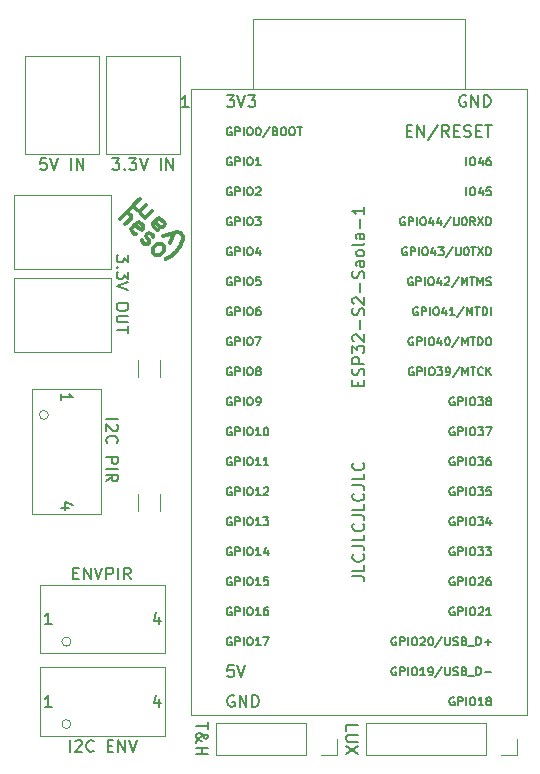
<source format=gto>
%TF.GenerationSoftware,KiCad,Pcbnew,5.1.10*%
%TF.CreationDate,2021-12-13T09:12:43+01:00*%
%TF.ProjectId,main_board,6d61696e-5f62-46f6-9172-642e6b696361,rev?*%
%TF.SameCoordinates,Original*%
%TF.FileFunction,Legend,Top*%
%TF.FilePolarity,Positive*%
%FSLAX46Y46*%
G04 Gerber Fmt 4.6, Leading zero omitted, Abs format (unit mm)*
G04 Created by KiCad (PCBNEW 5.1.10) date 2021-12-13 09:12:43*
%MOMM*%
%LPD*%
G01*
G04 APERTURE LIST*
%ADD10C,0.300000*%
%ADD11C,0.153000*%
%ADD12C,0.120000*%
%ADD13C,0.150000*%
%ADD14O,1.700000X1.700000*%
%ADD15R,1.700000X1.700000*%
%ADD16C,1.397000*%
%ADD17O,2.000000X1.200000*%
%ADD18C,1.524000*%
G04 APERTURE END LIST*
D10*
X138619527Y-68375287D02*
X138468004Y-68324779D01*
X138265973Y-68122748D01*
X138215466Y-67971226D01*
X138265973Y-67819703D01*
X138670035Y-67415642D01*
X138821557Y-67365134D01*
X138973080Y-67415642D01*
X139175111Y-67617672D01*
X139225618Y-67769195D01*
X139175111Y-67920718D01*
X139074096Y-68021733D01*
X138468004Y-67617672D01*
X139074096Y-68829855D02*
X139124603Y-68981378D01*
X139326634Y-69183409D01*
X139478157Y-69233916D01*
X139629679Y-69183409D01*
X139680187Y-69132901D01*
X139730695Y-68981378D01*
X139680187Y-68829855D01*
X139528664Y-68678332D01*
X139478157Y-68526809D01*
X139528664Y-68375287D01*
X139579172Y-68324779D01*
X139730695Y-68274271D01*
X139882218Y-68324779D01*
X140033740Y-68476302D01*
X140084248Y-68627825D01*
X140084248Y-69941023D02*
X140033740Y-69789500D01*
X140033740Y-69688485D01*
X140084248Y-69536962D01*
X140387294Y-69233916D01*
X140538817Y-69183409D01*
X140639832Y-69183409D01*
X140791355Y-69233916D01*
X140942878Y-69385439D01*
X140993385Y-69536962D01*
X140993385Y-69637977D01*
X140942878Y-69789500D01*
X140639832Y-70092546D01*
X140488309Y-70143054D01*
X140387294Y-70143054D01*
X140235771Y-70092546D01*
X140084248Y-69941023D01*
X141490306Y-69132621D02*
X141816922Y-68233585D01*
X140917886Y-68560201D01*
X140557599Y-66974261D02*
X140076093Y-67455767D01*
X140045788Y-67600556D01*
X140116499Y-67758813D01*
X140345467Y-67987781D01*
X140503724Y-68058492D01*
X140513825Y-67018035D02*
X140672083Y-67088745D01*
X140958292Y-67374955D01*
X141029003Y-67533212D01*
X140998699Y-67678001D01*
X140911152Y-67765547D01*
X140766363Y-67795852D01*
X140608106Y-67725141D01*
X140321896Y-67438932D01*
X140163639Y-67368221D01*
X139985179Y-66401842D02*
X139372353Y-67014667D01*
X139459899Y-66927121D02*
X139358884Y-66913652D01*
X139200627Y-66842942D01*
X139028901Y-66671216D01*
X138958190Y-66512958D01*
X138988495Y-66368170D01*
X139470001Y-65886664D01*
X138988495Y-66368170D02*
X138843706Y-66398474D01*
X138685449Y-66327764D01*
X138513723Y-66156038D01*
X138443013Y-65997781D01*
X138473317Y-65852992D01*
X138954823Y-65371486D01*
X137237741Y-67088694D02*
X138156980Y-66169455D01*
X137692310Y-67543263D02*
X138173816Y-67061757D01*
X138210855Y-66923703D01*
X138153613Y-66778914D01*
X138002090Y-66627391D01*
X137857301Y-66570149D01*
X137763020Y-66563415D01*
X141837781Y-68242616D02*
G75*
G02*
X142555316Y-68857466I245851J-439200D01*
G01*
X137272010Y-67052797D02*
X138958502Y-65366305D01*
X142545217Y-68899138D02*
G75*
G02*
X141099965Y-70483532I-2346870J689406D01*
G01*
D11*
X156932380Y-97329047D02*
X157646666Y-97329047D01*
X157789523Y-97376666D01*
X157884761Y-97471904D01*
X157932380Y-97614761D01*
X157932380Y-97710000D01*
X157932380Y-96376666D02*
X157932380Y-96852857D01*
X156932380Y-96852857D01*
X157837142Y-95471904D02*
X157884761Y-95519523D01*
X157932380Y-95662380D01*
X157932380Y-95757619D01*
X157884761Y-95900476D01*
X157789523Y-95995714D01*
X157694285Y-96043333D01*
X157503809Y-96090952D01*
X157360952Y-96090952D01*
X157170476Y-96043333D01*
X157075238Y-95995714D01*
X156980000Y-95900476D01*
X156932380Y-95757619D01*
X156932380Y-95662380D01*
X156980000Y-95519523D01*
X157027619Y-95471904D01*
X156932380Y-94757619D02*
X157646666Y-94757619D01*
X157789523Y-94805238D01*
X157884761Y-94900476D01*
X157932380Y-95043333D01*
X157932380Y-95138571D01*
X157932380Y-93805238D02*
X157932380Y-94281428D01*
X156932380Y-94281428D01*
X157837142Y-92900476D02*
X157884761Y-92948095D01*
X157932380Y-93090952D01*
X157932380Y-93186190D01*
X157884761Y-93329047D01*
X157789523Y-93424285D01*
X157694285Y-93471904D01*
X157503809Y-93519523D01*
X157360952Y-93519523D01*
X157170476Y-93471904D01*
X157075238Y-93424285D01*
X156980000Y-93329047D01*
X156932380Y-93186190D01*
X156932380Y-93090952D01*
X156980000Y-92948095D01*
X157027619Y-92900476D01*
X156932380Y-92186190D02*
X157646666Y-92186190D01*
X157789523Y-92233809D01*
X157884761Y-92329047D01*
X157932380Y-92471904D01*
X157932380Y-92567142D01*
X157932380Y-91233809D02*
X157932380Y-91710000D01*
X156932380Y-91710000D01*
X157837142Y-90329047D02*
X157884761Y-90376666D01*
X157932380Y-90519523D01*
X157932380Y-90614761D01*
X157884761Y-90757619D01*
X157789523Y-90852857D01*
X157694285Y-90900476D01*
X157503809Y-90948095D01*
X157360952Y-90948095D01*
X157170476Y-90900476D01*
X157075238Y-90852857D01*
X156980000Y-90757619D01*
X156932380Y-90614761D01*
X156932380Y-90519523D01*
X156980000Y-90376666D01*
X157027619Y-90329047D01*
X156932380Y-89614761D02*
X157646666Y-89614761D01*
X157789523Y-89662380D01*
X157884761Y-89757619D01*
X157932380Y-89900476D01*
X157932380Y-89995714D01*
X157932380Y-88662380D02*
X157932380Y-89138571D01*
X156932380Y-89138571D01*
X157837142Y-87757619D02*
X157884761Y-87805238D01*
X157932380Y-87948095D01*
X157932380Y-88043333D01*
X157884761Y-88186190D01*
X157789523Y-88281428D01*
X157694285Y-88329047D01*
X157503809Y-88376666D01*
X157360952Y-88376666D01*
X157170476Y-88329047D01*
X157075238Y-88281428D01*
X156980000Y-88186190D01*
X156932380Y-88043333D01*
X156932380Y-87948095D01*
X156980000Y-87805238D01*
X157027619Y-87757619D01*
D12*
X170875000Y-111125000D02*
X170875000Y-112455000D01*
X170875000Y-112455000D02*
X169545000Y-112455000D01*
X168275000Y-112455000D02*
X158055000Y-112455000D01*
X158055000Y-109795000D02*
X158055000Y-112455000D01*
X168275000Y-109795000D02*
X158055000Y-109795000D01*
X168275000Y-109795000D02*
X168275000Y-112455000D01*
X135474200Y-61568000D02*
X135474200Y-53313000D01*
X129225800Y-61568000D02*
X135474200Y-61568000D01*
X129225800Y-53313000D02*
X129225800Y-61568000D01*
X135474200Y-53313000D02*
X129225800Y-53313000D01*
X136498000Y-72075799D02*
X128243000Y-72075799D01*
X136498000Y-78324199D02*
X136498000Y-72075799D01*
X128243000Y-78324199D02*
X136498000Y-78324199D01*
X128243000Y-72075799D02*
X128243000Y-78324199D01*
X136498000Y-65090799D02*
X128243000Y-65090799D01*
X136498000Y-71339199D02*
X136498000Y-65090799D01*
X128243000Y-71339199D02*
X136498000Y-71339199D01*
X128243000Y-65090799D02*
X128243000Y-71339199D01*
X142332200Y-61568000D02*
X142332200Y-53313000D01*
X136083800Y-61568000D02*
X142332200Y-61568000D01*
X136083800Y-53313000D02*
X136083800Y-61568000D01*
X142332200Y-53313000D02*
X136083800Y-53313000D01*
X166471600Y-50139600D02*
X166471600Y-56032400D01*
X148488400Y-50139600D02*
X166471600Y-50139600D01*
X148488400Y-56032400D02*
X148488400Y-50139600D01*
X143283680Y-109052720D02*
X171683679Y-109052720D01*
X171683679Y-109052720D02*
X171683680Y-56052720D01*
X171683680Y-56052720D02*
X143283681Y-56052720D01*
X143283681Y-56052720D02*
X143283680Y-109052720D01*
X140610000Y-79002936D02*
X140610000Y-80457064D01*
X138790000Y-79002936D02*
X138790000Y-80457064D01*
X140610000Y-90357936D02*
X140610000Y-91812064D01*
X138790000Y-90357936D02*
X138790000Y-91812064D01*
X133096000Y-102870000D02*
G75*
G03*
X133096000Y-102870000I-381000J0D01*
G01*
X130506800Y-98069400D02*
X130506800Y-103835200D01*
X141073200Y-98069400D02*
X130506800Y-98069400D01*
X141073200Y-103835200D02*
X141073200Y-98069400D01*
X130506800Y-103835200D02*
X141073200Y-103835200D01*
X133096000Y-109855000D02*
G75*
G03*
X133096000Y-109855000I-381000J0D01*
G01*
X130506800Y-105054400D02*
X130506800Y-110820200D01*
X141073200Y-105054400D02*
X130506800Y-105054400D01*
X141073200Y-110820200D02*
X141073200Y-105054400D01*
X130506800Y-110820200D02*
X141073200Y-110820200D01*
X153035000Y-109795000D02*
X153035000Y-112455000D01*
X153035000Y-109795000D02*
X145355000Y-109795000D01*
X145355000Y-109795000D02*
X145355000Y-112455000D01*
X153035000Y-112455000D02*
X145355000Y-112455000D01*
X155635000Y-112455000D02*
X154305000Y-112455000D01*
X155635000Y-111125000D02*
X155635000Y-112455000D01*
X131191000Y-83674999D02*
G75*
G03*
X131191000Y-83674999I-381000J0D01*
G01*
X135610600Y-81466799D02*
X129844800Y-81466799D01*
X135610600Y-92033199D02*
X135610600Y-81466799D01*
X129844800Y-92033199D02*
X135610600Y-92033199D01*
X129844800Y-81466799D02*
X129844800Y-92033199D01*
D13*
X156392619Y-110434523D02*
X156392619Y-109958333D01*
X157392619Y-109958333D01*
X157392619Y-110767857D02*
X156583095Y-110767857D01*
X156487857Y-110815476D01*
X156440238Y-110863095D01*
X156392619Y-110958333D01*
X156392619Y-111148809D01*
X156440238Y-111244047D01*
X156487857Y-111291666D01*
X156583095Y-111339285D01*
X157392619Y-111339285D01*
X157392619Y-111720238D02*
X156392619Y-112386904D01*
X157392619Y-112386904D02*
X156392619Y-111720238D01*
X131016666Y-61936380D02*
X130540476Y-61936380D01*
X130492857Y-62412571D01*
X130540476Y-62364952D01*
X130635714Y-62317333D01*
X130873809Y-62317333D01*
X130969047Y-62364952D01*
X131016666Y-62412571D01*
X131064285Y-62507809D01*
X131064285Y-62745904D01*
X131016666Y-62841142D01*
X130969047Y-62888761D01*
X130873809Y-62936380D01*
X130635714Y-62936380D01*
X130540476Y-62888761D01*
X130492857Y-62841142D01*
X131350000Y-61936380D02*
X131683333Y-62936380D01*
X132016666Y-61936380D01*
X133111904Y-62936380D02*
X133111904Y-61936380D01*
X133588095Y-62936380D02*
X133588095Y-61936380D01*
X134159523Y-62936380D01*
X134159523Y-61936380D01*
X133350000Y-59142380D02*
X133350000Y-59380476D01*
X133111904Y-59285238D02*
X133350000Y-59380476D01*
X133588095Y-59285238D01*
X133207142Y-59570952D02*
X133350000Y-59380476D01*
X133492857Y-59570952D01*
X137961619Y-70120285D02*
X137961619Y-70739333D01*
X137580666Y-70406000D01*
X137580666Y-70548857D01*
X137533047Y-70644095D01*
X137485428Y-70691714D01*
X137390190Y-70739333D01*
X137152095Y-70739333D01*
X137056857Y-70691714D01*
X137009238Y-70644095D01*
X136961619Y-70548857D01*
X136961619Y-70263142D01*
X137009238Y-70167904D01*
X137056857Y-70120285D01*
X137056857Y-71167904D02*
X137009238Y-71215523D01*
X136961619Y-71167904D01*
X137009238Y-71120285D01*
X137056857Y-71167904D01*
X136961619Y-71167904D01*
X137961619Y-71548857D02*
X137961619Y-72167904D01*
X137580666Y-71834571D01*
X137580666Y-71977428D01*
X137533047Y-72072666D01*
X137485428Y-72120285D01*
X137390190Y-72167904D01*
X137152095Y-72167904D01*
X137056857Y-72120285D01*
X137009238Y-72072666D01*
X136961619Y-71977428D01*
X136961619Y-71691714D01*
X137009238Y-71596476D01*
X137056857Y-71548857D01*
X137961619Y-72453619D02*
X136961619Y-72786952D01*
X137961619Y-73120285D01*
X137961619Y-74406000D02*
X137961619Y-74596476D01*
X137914000Y-74691714D01*
X137818761Y-74786952D01*
X137628285Y-74834571D01*
X137294952Y-74834571D01*
X137104476Y-74786952D01*
X137009238Y-74691714D01*
X136961619Y-74596476D01*
X136961619Y-74406000D01*
X137009238Y-74310761D01*
X137104476Y-74215523D01*
X137294952Y-74167904D01*
X137628285Y-74167904D01*
X137818761Y-74215523D01*
X137914000Y-74310761D01*
X137961619Y-74406000D01*
X137961619Y-75263142D02*
X137152095Y-75263142D01*
X137056857Y-75310761D01*
X137009238Y-75358380D01*
X136961619Y-75453619D01*
X136961619Y-75644095D01*
X137009238Y-75739333D01*
X137056857Y-75786952D01*
X137152095Y-75834571D01*
X137961619Y-75834571D01*
X137961619Y-76167904D02*
X137961619Y-76739333D01*
X136961619Y-76453619D02*
X137961619Y-76453619D01*
X134072380Y-74199999D02*
X134310476Y-74199999D01*
X134215238Y-74438094D02*
X134310476Y-74199999D01*
X134215238Y-73961903D01*
X134500952Y-74342856D02*
X134310476Y-74199999D01*
X134500952Y-74057141D01*
X134072380Y-67214999D02*
X134310476Y-67214999D01*
X134215238Y-67453094D02*
X134310476Y-67214999D01*
X134215238Y-66976903D01*
X134500952Y-67357856D02*
X134310476Y-67214999D01*
X134500952Y-67072141D01*
X136588952Y-61936380D02*
X137208000Y-61936380D01*
X136874666Y-62317333D01*
X137017523Y-62317333D01*
X137112761Y-62364952D01*
X137160380Y-62412571D01*
X137208000Y-62507809D01*
X137208000Y-62745904D01*
X137160380Y-62841142D01*
X137112761Y-62888761D01*
X137017523Y-62936380D01*
X136731809Y-62936380D01*
X136636571Y-62888761D01*
X136588952Y-62841142D01*
X137636571Y-62841142D02*
X137684190Y-62888761D01*
X137636571Y-62936380D01*
X137588952Y-62888761D01*
X137636571Y-62841142D01*
X137636571Y-62936380D01*
X138017523Y-61936380D02*
X138636571Y-61936380D01*
X138303238Y-62317333D01*
X138446095Y-62317333D01*
X138541333Y-62364952D01*
X138588952Y-62412571D01*
X138636571Y-62507809D01*
X138636571Y-62745904D01*
X138588952Y-62841142D01*
X138541333Y-62888761D01*
X138446095Y-62936380D01*
X138160380Y-62936380D01*
X138065142Y-62888761D01*
X138017523Y-62841142D01*
X138922285Y-61936380D02*
X139255619Y-62936380D01*
X139588952Y-61936380D01*
X140684190Y-62936380D02*
X140684190Y-61936380D01*
X141160380Y-62936380D02*
X141160380Y-61936380D01*
X141731809Y-62936380D01*
X141731809Y-61936380D01*
X140208000Y-59142380D02*
X140208000Y-59380476D01*
X139969904Y-59285238D02*
X140208000Y-59380476D01*
X140446095Y-59285238D01*
X140065142Y-59570952D02*
X140208000Y-59380476D01*
X140350857Y-59570952D01*
X157408571Y-81183809D02*
X157408571Y-80850476D01*
X157932380Y-80707619D02*
X157932380Y-81183809D01*
X156932380Y-81183809D01*
X156932380Y-80707619D01*
X157884761Y-80326666D02*
X157932380Y-80183809D01*
X157932380Y-79945714D01*
X157884761Y-79850476D01*
X157837142Y-79802857D01*
X157741904Y-79755238D01*
X157646666Y-79755238D01*
X157551428Y-79802857D01*
X157503809Y-79850476D01*
X157456190Y-79945714D01*
X157408571Y-80136190D01*
X157360952Y-80231428D01*
X157313333Y-80279047D01*
X157218095Y-80326666D01*
X157122857Y-80326666D01*
X157027619Y-80279047D01*
X156980000Y-80231428D01*
X156932380Y-80136190D01*
X156932380Y-79898095D01*
X156980000Y-79755238D01*
X157932380Y-79326666D02*
X156932380Y-79326666D01*
X156932380Y-78945714D01*
X156980000Y-78850476D01*
X157027619Y-78802857D01*
X157122857Y-78755238D01*
X157265714Y-78755238D01*
X157360952Y-78802857D01*
X157408571Y-78850476D01*
X157456190Y-78945714D01*
X157456190Y-79326666D01*
X156932380Y-78421904D02*
X156932380Y-77802857D01*
X157313333Y-78136190D01*
X157313333Y-77993333D01*
X157360952Y-77898095D01*
X157408571Y-77850476D01*
X157503809Y-77802857D01*
X157741904Y-77802857D01*
X157837142Y-77850476D01*
X157884761Y-77898095D01*
X157932380Y-77993333D01*
X157932380Y-78279047D01*
X157884761Y-78374285D01*
X157837142Y-78421904D01*
X157027619Y-77421904D02*
X156980000Y-77374285D01*
X156932380Y-77279047D01*
X156932380Y-77040952D01*
X156980000Y-76945714D01*
X157027619Y-76898095D01*
X157122857Y-76850476D01*
X157218095Y-76850476D01*
X157360952Y-76898095D01*
X157932380Y-77469523D01*
X157932380Y-76850476D01*
X157551428Y-76421904D02*
X157551428Y-75660000D01*
X157884761Y-75231428D02*
X157932380Y-75088571D01*
X157932380Y-74850476D01*
X157884761Y-74755238D01*
X157837142Y-74707619D01*
X157741904Y-74660000D01*
X157646666Y-74660000D01*
X157551428Y-74707619D01*
X157503809Y-74755238D01*
X157456190Y-74850476D01*
X157408571Y-75040952D01*
X157360952Y-75136190D01*
X157313333Y-75183809D01*
X157218095Y-75231428D01*
X157122857Y-75231428D01*
X157027619Y-75183809D01*
X156980000Y-75136190D01*
X156932380Y-75040952D01*
X156932380Y-74802857D01*
X156980000Y-74660000D01*
X157027619Y-74279047D02*
X156980000Y-74231428D01*
X156932380Y-74136190D01*
X156932380Y-73898095D01*
X156980000Y-73802857D01*
X157027619Y-73755238D01*
X157122857Y-73707619D01*
X157218095Y-73707619D01*
X157360952Y-73755238D01*
X157932380Y-74326666D01*
X157932380Y-73707619D01*
X157551428Y-73279047D02*
X157551428Y-72517142D01*
X157884761Y-72088571D02*
X157932380Y-71945714D01*
X157932380Y-71707619D01*
X157884761Y-71612380D01*
X157837142Y-71564761D01*
X157741904Y-71517142D01*
X157646666Y-71517142D01*
X157551428Y-71564761D01*
X157503809Y-71612380D01*
X157456190Y-71707619D01*
X157408571Y-71898095D01*
X157360952Y-71993333D01*
X157313333Y-72040952D01*
X157218095Y-72088571D01*
X157122857Y-72088571D01*
X157027619Y-72040952D01*
X156980000Y-71993333D01*
X156932380Y-71898095D01*
X156932380Y-71660000D01*
X156980000Y-71517142D01*
X157932380Y-70660000D02*
X157408571Y-70660000D01*
X157313333Y-70707619D01*
X157265714Y-70802857D01*
X157265714Y-70993333D01*
X157313333Y-71088571D01*
X157884761Y-70660000D02*
X157932380Y-70755238D01*
X157932380Y-70993333D01*
X157884761Y-71088571D01*
X157789523Y-71136190D01*
X157694285Y-71136190D01*
X157599047Y-71088571D01*
X157551428Y-70993333D01*
X157551428Y-70755238D01*
X157503809Y-70660000D01*
X157932380Y-70040952D02*
X157884761Y-70136190D01*
X157837142Y-70183809D01*
X157741904Y-70231428D01*
X157456190Y-70231428D01*
X157360952Y-70183809D01*
X157313333Y-70136190D01*
X157265714Y-70040952D01*
X157265714Y-69898095D01*
X157313333Y-69802857D01*
X157360952Y-69755238D01*
X157456190Y-69707619D01*
X157741904Y-69707619D01*
X157837142Y-69755238D01*
X157884761Y-69802857D01*
X157932380Y-69898095D01*
X157932380Y-70040952D01*
X157932380Y-69136190D02*
X157884761Y-69231428D01*
X157789523Y-69279047D01*
X156932380Y-69279047D01*
X157932380Y-68326666D02*
X157408571Y-68326666D01*
X157313333Y-68374285D01*
X157265714Y-68469523D01*
X157265714Y-68660000D01*
X157313333Y-68755238D01*
X157884761Y-68326666D02*
X157932380Y-68421904D01*
X157932380Y-68660000D01*
X157884761Y-68755238D01*
X157789523Y-68802857D01*
X157694285Y-68802857D01*
X157599047Y-68755238D01*
X157551428Y-68660000D01*
X157551428Y-68421904D01*
X157503809Y-68326666D01*
X157551428Y-67850476D02*
X157551428Y-67088571D01*
X157932380Y-66088571D02*
X157932380Y-66660000D01*
X157932380Y-66374285D02*
X156932380Y-66374285D01*
X157075238Y-66469523D01*
X157170476Y-66564761D01*
X157218095Y-66660000D01*
X143065714Y-57602380D02*
X142494285Y-57602380D01*
X142780000Y-57602380D02*
X142780000Y-56602380D01*
X142684761Y-56745238D01*
X142589523Y-56840476D01*
X142494285Y-56888095D01*
X165549513Y-84742720D02*
X165482846Y-84709386D01*
X165382846Y-84709386D01*
X165282846Y-84742720D01*
X165216180Y-84809386D01*
X165182846Y-84876053D01*
X165149513Y-85009386D01*
X165149513Y-85109386D01*
X165182846Y-85242720D01*
X165216180Y-85309386D01*
X165282846Y-85376053D01*
X165382846Y-85409386D01*
X165449513Y-85409386D01*
X165549513Y-85376053D01*
X165582846Y-85342720D01*
X165582846Y-85109386D01*
X165449513Y-85109386D01*
X165882846Y-85409386D02*
X165882846Y-84709386D01*
X166149513Y-84709386D01*
X166216180Y-84742720D01*
X166249513Y-84776053D01*
X166282846Y-84842720D01*
X166282846Y-84942720D01*
X166249513Y-85009386D01*
X166216180Y-85042720D01*
X166149513Y-85076053D01*
X165882846Y-85076053D01*
X166582846Y-85409386D02*
X166582846Y-84709386D01*
X167049513Y-84709386D02*
X167182846Y-84709386D01*
X167249513Y-84742720D01*
X167316180Y-84809386D01*
X167349513Y-84942720D01*
X167349513Y-85176053D01*
X167316180Y-85309386D01*
X167249513Y-85376053D01*
X167182846Y-85409386D01*
X167049513Y-85409386D01*
X166982846Y-85376053D01*
X166916180Y-85309386D01*
X166882846Y-85176053D01*
X166882846Y-84942720D01*
X166916180Y-84809386D01*
X166982846Y-84742720D01*
X167049513Y-84709386D01*
X167582846Y-84709386D02*
X168016180Y-84709386D01*
X167782846Y-84976053D01*
X167882846Y-84976053D01*
X167949513Y-85009386D01*
X167982846Y-85042720D01*
X168016180Y-85109386D01*
X168016180Y-85276053D01*
X167982846Y-85342720D01*
X167949513Y-85376053D01*
X167882846Y-85409386D01*
X167682846Y-85409386D01*
X167616180Y-85376053D01*
X167582846Y-85342720D01*
X168249513Y-84709386D02*
X168716180Y-84709386D01*
X168416180Y-85409386D01*
X160616180Y-105062720D02*
X160549513Y-105029386D01*
X160449513Y-105029386D01*
X160349513Y-105062720D01*
X160282846Y-105129386D01*
X160249513Y-105196053D01*
X160216180Y-105329386D01*
X160216180Y-105429386D01*
X160249513Y-105562720D01*
X160282846Y-105629386D01*
X160349513Y-105696053D01*
X160449513Y-105729386D01*
X160516180Y-105729386D01*
X160616180Y-105696053D01*
X160649513Y-105662720D01*
X160649513Y-105429386D01*
X160516180Y-105429386D01*
X160949513Y-105729386D02*
X160949513Y-105029386D01*
X161216180Y-105029386D01*
X161282846Y-105062720D01*
X161316180Y-105096053D01*
X161349513Y-105162720D01*
X161349513Y-105262720D01*
X161316180Y-105329386D01*
X161282846Y-105362720D01*
X161216180Y-105396053D01*
X160949513Y-105396053D01*
X161649513Y-105729386D02*
X161649513Y-105029386D01*
X162116180Y-105029386D02*
X162249513Y-105029386D01*
X162316180Y-105062720D01*
X162382846Y-105129386D01*
X162416180Y-105262720D01*
X162416180Y-105496053D01*
X162382846Y-105629386D01*
X162316180Y-105696053D01*
X162249513Y-105729386D01*
X162116180Y-105729386D01*
X162049513Y-105696053D01*
X161982846Y-105629386D01*
X161949513Y-105496053D01*
X161949513Y-105262720D01*
X161982846Y-105129386D01*
X162049513Y-105062720D01*
X162116180Y-105029386D01*
X163082846Y-105729386D02*
X162682846Y-105729386D01*
X162882846Y-105729386D02*
X162882846Y-105029386D01*
X162816180Y-105129386D01*
X162749513Y-105196053D01*
X162682846Y-105229386D01*
X163416180Y-105729386D02*
X163549513Y-105729386D01*
X163616180Y-105696053D01*
X163649513Y-105662720D01*
X163716180Y-105562720D01*
X163749513Y-105429386D01*
X163749513Y-105162720D01*
X163716180Y-105096053D01*
X163682846Y-105062720D01*
X163616180Y-105029386D01*
X163482846Y-105029386D01*
X163416180Y-105062720D01*
X163382846Y-105096053D01*
X163349513Y-105162720D01*
X163349513Y-105329386D01*
X163382846Y-105396053D01*
X163416180Y-105429386D01*
X163482846Y-105462720D01*
X163616180Y-105462720D01*
X163682846Y-105429386D01*
X163716180Y-105396053D01*
X163749513Y-105329386D01*
X164549513Y-104996053D02*
X163949513Y-105896053D01*
X164782846Y-105029386D02*
X164782846Y-105596053D01*
X164816180Y-105662720D01*
X164849513Y-105696053D01*
X164916180Y-105729386D01*
X165049513Y-105729386D01*
X165116180Y-105696053D01*
X165149513Y-105662720D01*
X165182846Y-105596053D01*
X165182846Y-105029386D01*
X165482846Y-105696053D02*
X165582846Y-105729386D01*
X165749513Y-105729386D01*
X165816180Y-105696053D01*
X165849513Y-105662720D01*
X165882846Y-105596053D01*
X165882846Y-105529386D01*
X165849513Y-105462720D01*
X165816180Y-105429386D01*
X165749513Y-105396053D01*
X165616180Y-105362720D01*
X165549513Y-105329386D01*
X165516180Y-105296053D01*
X165482846Y-105229386D01*
X165482846Y-105162720D01*
X165516180Y-105096053D01*
X165549513Y-105062720D01*
X165616180Y-105029386D01*
X165782846Y-105029386D01*
X165882846Y-105062720D01*
X166416180Y-105362720D02*
X166516180Y-105396053D01*
X166549513Y-105429386D01*
X166582846Y-105496053D01*
X166582846Y-105596053D01*
X166549513Y-105662720D01*
X166516180Y-105696053D01*
X166449513Y-105729386D01*
X166182846Y-105729386D01*
X166182846Y-105029386D01*
X166416180Y-105029386D01*
X166482846Y-105062720D01*
X166516180Y-105096053D01*
X166549513Y-105162720D01*
X166549513Y-105229386D01*
X166516180Y-105296053D01*
X166482846Y-105329386D01*
X166416180Y-105362720D01*
X166182846Y-105362720D01*
X166716180Y-105796053D02*
X167249513Y-105796053D01*
X167416180Y-105729386D02*
X167416180Y-105029386D01*
X167582846Y-105029386D01*
X167682846Y-105062720D01*
X167749513Y-105129386D01*
X167782846Y-105196053D01*
X167816180Y-105329386D01*
X167816180Y-105429386D01*
X167782846Y-105562720D01*
X167749513Y-105629386D01*
X167682846Y-105696053D01*
X167582846Y-105729386D01*
X167416180Y-105729386D01*
X168116180Y-105462720D02*
X168649513Y-105462720D01*
X146865465Y-104865100D02*
X146389275Y-104865100D01*
X146341656Y-105341291D01*
X146389275Y-105293672D01*
X146484513Y-105246053D01*
X146722608Y-105246053D01*
X146817846Y-105293672D01*
X146865465Y-105341291D01*
X146913084Y-105436529D01*
X146913084Y-105674624D01*
X146865465Y-105769862D01*
X146817846Y-105817481D01*
X146722608Y-105865100D01*
X146484513Y-105865100D01*
X146389275Y-105817481D01*
X146341656Y-105769862D01*
X147198799Y-104865100D02*
X147532132Y-105865100D01*
X147865465Y-104865100D01*
X162449513Y-74582720D02*
X162382846Y-74549386D01*
X162282846Y-74549386D01*
X162182846Y-74582720D01*
X162116180Y-74649386D01*
X162082846Y-74716053D01*
X162049513Y-74849386D01*
X162049513Y-74949386D01*
X162082846Y-75082720D01*
X162116180Y-75149386D01*
X162182846Y-75216053D01*
X162282846Y-75249386D01*
X162349513Y-75249386D01*
X162449513Y-75216053D01*
X162482846Y-75182720D01*
X162482846Y-74949386D01*
X162349513Y-74949386D01*
X162782846Y-75249386D02*
X162782846Y-74549386D01*
X163049513Y-74549386D01*
X163116180Y-74582720D01*
X163149513Y-74616053D01*
X163182846Y-74682720D01*
X163182846Y-74782720D01*
X163149513Y-74849386D01*
X163116180Y-74882720D01*
X163049513Y-74916053D01*
X162782846Y-74916053D01*
X163482846Y-75249386D02*
X163482846Y-74549386D01*
X163949513Y-74549386D02*
X164082846Y-74549386D01*
X164149513Y-74582720D01*
X164216180Y-74649386D01*
X164249513Y-74782720D01*
X164249513Y-75016053D01*
X164216180Y-75149386D01*
X164149513Y-75216053D01*
X164082846Y-75249386D01*
X163949513Y-75249386D01*
X163882846Y-75216053D01*
X163816180Y-75149386D01*
X163782846Y-75016053D01*
X163782846Y-74782720D01*
X163816180Y-74649386D01*
X163882846Y-74582720D01*
X163949513Y-74549386D01*
X164849513Y-74782720D02*
X164849513Y-75249386D01*
X164682846Y-74516053D02*
X164516180Y-75016053D01*
X164949513Y-75016053D01*
X165582846Y-75249386D02*
X165182846Y-75249386D01*
X165382846Y-75249386D02*
X165382846Y-74549386D01*
X165316180Y-74649386D01*
X165249513Y-74716053D01*
X165182846Y-74749386D01*
X166382846Y-74516053D02*
X165782846Y-75416053D01*
X166616180Y-75249386D02*
X166616180Y-74549386D01*
X166849513Y-75049386D01*
X167082846Y-74549386D01*
X167082846Y-75249386D01*
X167316180Y-74549386D02*
X167716180Y-74549386D01*
X167516180Y-75249386D02*
X167516180Y-74549386D01*
X167949513Y-75249386D02*
X167949513Y-74549386D01*
X168116180Y-74549386D01*
X168216180Y-74582720D01*
X168282846Y-74649386D01*
X168316180Y-74716053D01*
X168349513Y-74849386D01*
X168349513Y-74949386D01*
X168316180Y-75082720D01*
X168282846Y-75149386D01*
X168216180Y-75216053D01*
X168116180Y-75249386D01*
X167949513Y-75249386D01*
X168649513Y-75249386D02*
X168649513Y-74549386D01*
X160616180Y-102522720D02*
X160549513Y-102489386D01*
X160449513Y-102489386D01*
X160349513Y-102522720D01*
X160282846Y-102589386D01*
X160249513Y-102656053D01*
X160216180Y-102789386D01*
X160216180Y-102889386D01*
X160249513Y-103022720D01*
X160282846Y-103089386D01*
X160349513Y-103156053D01*
X160449513Y-103189386D01*
X160516180Y-103189386D01*
X160616180Y-103156053D01*
X160649513Y-103122720D01*
X160649513Y-102889386D01*
X160516180Y-102889386D01*
X160949513Y-103189386D02*
X160949513Y-102489386D01*
X161216180Y-102489386D01*
X161282846Y-102522720D01*
X161316180Y-102556053D01*
X161349513Y-102622720D01*
X161349513Y-102722720D01*
X161316180Y-102789386D01*
X161282846Y-102822720D01*
X161216180Y-102856053D01*
X160949513Y-102856053D01*
X161649513Y-103189386D02*
X161649513Y-102489386D01*
X162116180Y-102489386D02*
X162249513Y-102489386D01*
X162316180Y-102522720D01*
X162382846Y-102589386D01*
X162416180Y-102722720D01*
X162416180Y-102956053D01*
X162382846Y-103089386D01*
X162316180Y-103156053D01*
X162249513Y-103189386D01*
X162116180Y-103189386D01*
X162049513Y-103156053D01*
X161982846Y-103089386D01*
X161949513Y-102956053D01*
X161949513Y-102722720D01*
X161982846Y-102589386D01*
X162049513Y-102522720D01*
X162116180Y-102489386D01*
X162682846Y-102556053D02*
X162716180Y-102522720D01*
X162782846Y-102489386D01*
X162949513Y-102489386D01*
X163016180Y-102522720D01*
X163049513Y-102556053D01*
X163082846Y-102622720D01*
X163082846Y-102689386D01*
X163049513Y-102789386D01*
X162649513Y-103189386D01*
X163082846Y-103189386D01*
X163516180Y-102489386D02*
X163582846Y-102489386D01*
X163649513Y-102522720D01*
X163682846Y-102556053D01*
X163716180Y-102622720D01*
X163749513Y-102756053D01*
X163749513Y-102922720D01*
X163716180Y-103056053D01*
X163682846Y-103122720D01*
X163649513Y-103156053D01*
X163582846Y-103189386D01*
X163516180Y-103189386D01*
X163449513Y-103156053D01*
X163416180Y-103122720D01*
X163382846Y-103056053D01*
X163349513Y-102922720D01*
X163349513Y-102756053D01*
X163382846Y-102622720D01*
X163416180Y-102556053D01*
X163449513Y-102522720D01*
X163516180Y-102489386D01*
X164549513Y-102456053D02*
X163949513Y-103356053D01*
X164782846Y-102489386D02*
X164782846Y-103056053D01*
X164816180Y-103122720D01*
X164849513Y-103156053D01*
X164916180Y-103189386D01*
X165049513Y-103189386D01*
X165116180Y-103156053D01*
X165149513Y-103122720D01*
X165182846Y-103056053D01*
X165182846Y-102489386D01*
X165482846Y-103156053D02*
X165582846Y-103189386D01*
X165749513Y-103189386D01*
X165816180Y-103156053D01*
X165849513Y-103122720D01*
X165882846Y-103056053D01*
X165882846Y-102989386D01*
X165849513Y-102922720D01*
X165816180Y-102889386D01*
X165749513Y-102856053D01*
X165616180Y-102822720D01*
X165549513Y-102789386D01*
X165516180Y-102756053D01*
X165482846Y-102689386D01*
X165482846Y-102622720D01*
X165516180Y-102556053D01*
X165549513Y-102522720D01*
X165616180Y-102489386D01*
X165782846Y-102489386D01*
X165882846Y-102522720D01*
X166416180Y-102822720D02*
X166516180Y-102856053D01*
X166549513Y-102889386D01*
X166582846Y-102956053D01*
X166582846Y-103056053D01*
X166549513Y-103122720D01*
X166516180Y-103156053D01*
X166449513Y-103189386D01*
X166182846Y-103189386D01*
X166182846Y-102489386D01*
X166416180Y-102489386D01*
X166482846Y-102522720D01*
X166516180Y-102556053D01*
X166549513Y-102622720D01*
X166549513Y-102689386D01*
X166516180Y-102756053D01*
X166482846Y-102789386D01*
X166416180Y-102822720D01*
X166182846Y-102822720D01*
X166716180Y-103256053D02*
X167249513Y-103256053D01*
X167416180Y-103189386D02*
X167416180Y-102489386D01*
X167582846Y-102489386D01*
X167682846Y-102522720D01*
X167749513Y-102589386D01*
X167782846Y-102656053D01*
X167816180Y-102789386D01*
X167816180Y-102889386D01*
X167782846Y-103022720D01*
X167749513Y-103089386D01*
X167682846Y-103156053D01*
X167582846Y-103189386D01*
X167416180Y-103189386D01*
X168116180Y-102922720D02*
X168649513Y-102922720D01*
X168382846Y-103189386D02*
X168382846Y-102656053D01*
X146684513Y-87282720D02*
X146617846Y-87249386D01*
X146517846Y-87249386D01*
X146417846Y-87282720D01*
X146351180Y-87349386D01*
X146317846Y-87416053D01*
X146284513Y-87549386D01*
X146284513Y-87649386D01*
X146317846Y-87782720D01*
X146351180Y-87849386D01*
X146417846Y-87916053D01*
X146517846Y-87949386D01*
X146584513Y-87949386D01*
X146684513Y-87916053D01*
X146717846Y-87882720D01*
X146717846Y-87649386D01*
X146584513Y-87649386D01*
X147017846Y-87949386D02*
X147017846Y-87249386D01*
X147284513Y-87249386D01*
X147351180Y-87282720D01*
X147384513Y-87316053D01*
X147417846Y-87382720D01*
X147417846Y-87482720D01*
X147384513Y-87549386D01*
X147351180Y-87582720D01*
X147284513Y-87616053D01*
X147017846Y-87616053D01*
X147717846Y-87949386D02*
X147717846Y-87249386D01*
X148184513Y-87249386D02*
X148317846Y-87249386D01*
X148384513Y-87282720D01*
X148451180Y-87349386D01*
X148484513Y-87482720D01*
X148484513Y-87716053D01*
X148451180Y-87849386D01*
X148384513Y-87916053D01*
X148317846Y-87949386D01*
X148184513Y-87949386D01*
X148117846Y-87916053D01*
X148051180Y-87849386D01*
X148017846Y-87716053D01*
X148017846Y-87482720D01*
X148051180Y-87349386D01*
X148117846Y-87282720D01*
X148184513Y-87249386D01*
X149151180Y-87949386D02*
X148751180Y-87949386D01*
X148951180Y-87949386D02*
X148951180Y-87249386D01*
X148884513Y-87349386D01*
X148817846Y-87416053D01*
X148751180Y-87449386D01*
X149817846Y-87949386D02*
X149417846Y-87949386D01*
X149617846Y-87949386D02*
X149617846Y-87249386D01*
X149551180Y-87349386D01*
X149484513Y-87416053D01*
X149417846Y-87449386D01*
X146684513Y-102522720D02*
X146617846Y-102489386D01*
X146517846Y-102489386D01*
X146417846Y-102522720D01*
X146351180Y-102589386D01*
X146317846Y-102656053D01*
X146284513Y-102789386D01*
X146284513Y-102889386D01*
X146317846Y-103022720D01*
X146351180Y-103089386D01*
X146417846Y-103156053D01*
X146517846Y-103189386D01*
X146584513Y-103189386D01*
X146684513Y-103156053D01*
X146717846Y-103122720D01*
X146717846Y-102889386D01*
X146584513Y-102889386D01*
X147017846Y-103189386D02*
X147017846Y-102489386D01*
X147284513Y-102489386D01*
X147351180Y-102522720D01*
X147384513Y-102556053D01*
X147417846Y-102622720D01*
X147417846Y-102722720D01*
X147384513Y-102789386D01*
X147351180Y-102822720D01*
X147284513Y-102856053D01*
X147017846Y-102856053D01*
X147717846Y-103189386D02*
X147717846Y-102489386D01*
X148184513Y-102489386D02*
X148317846Y-102489386D01*
X148384513Y-102522720D01*
X148451180Y-102589386D01*
X148484513Y-102722720D01*
X148484513Y-102956053D01*
X148451180Y-103089386D01*
X148384513Y-103156053D01*
X148317846Y-103189386D01*
X148184513Y-103189386D01*
X148117846Y-103156053D01*
X148051180Y-103089386D01*
X148017846Y-102956053D01*
X148017846Y-102722720D01*
X148051180Y-102589386D01*
X148117846Y-102522720D01*
X148184513Y-102489386D01*
X149151180Y-103189386D02*
X148751180Y-103189386D01*
X148951180Y-103189386D02*
X148951180Y-102489386D01*
X148884513Y-102589386D01*
X148817846Y-102656053D01*
X148751180Y-102689386D01*
X149384513Y-102489386D02*
X149851180Y-102489386D01*
X149551180Y-103189386D01*
X146684513Y-61882720D02*
X146617846Y-61849386D01*
X146517846Y-61849386D01*
X146417846Y-61882720D01*
X146351180Y-61949386D01*
X146317846Y-62016053D01*
X146284513Y-62149386D01*
X146284513Y-62249386D01*
X146317846Y-62382720D01*
X146351180Y-62449386D01*
X146417846Y-62516053D01*
X146517846Y-62549386D01*
X146584513Y-62549386D01*
X146684513Y-62516053D01*
X146717846Y-62482720D01*
X146717846Y-62249386D01*
X146584513Y-62249386D01*
X147017846Y-62549386D02*
X147017846Y-61849386D01*
X147284513Y-61849386D01*
X147351180Y-61882720D01*
X147384513Y-61916053D01*
X147417846Y-61982720D01*
X147417846Y-62082720D01*
X147384513Y-62149386D01*
X147351180Y-62182720D01*
X147284513Y-62216053D01*
X147017846Y-62216053D01*
X147717846Y-62549386D02*
X147717846Y-61849386D01*
X148184513Y-61849386D02*
X148317846Y-61849386D01*
X148384513Y-61882720D01*
X148451180Y-61949386D01*
X148484513Y-62082720D01*
X148484513Y-62316053D01*
X148451180Y-62449386D01*
X148384513Y-62516053D01*
X148317846Y-62549386D01*
X148184513Y-62549386D01*
X148117846Y-62516053D01*
X148051180Y-62449386D01*
X148017846Y-62316053D01*
X148017846Y-62082720D01*
X148051180Y-61949386D01*
X148117846Y-61882720D01*
X148184513Y-61849386D01*
X149151180Y-62549386D02*
X148751180Y-62549386D01*
X148951180Y-62549386D02*
X148951180Y-61849386D01*
X148884513Y-61949386D01*
X148817846Y-62016053D01*
X148751180Y-62049386D01*
X146684513Y-59342720D02*
X146617846Y-59309386D01*
X146517846Y-59309386D01*
X146417846Y-59342720D01*
X146351180Y-59409386D01*
X146317846Y-59476053D01*
X146284513Y-59609386D01*
X146284513Y-59709386D01*
X146317846Y-59842720D01*
X146351180Y-59909386D01*
X146417846Y-59976053D01*
X146517846Y-60009386D01*
X146584513Y-60009386D01*
X146684513Y-59976053D01*
X146717846Y-59942720D01*
X146717846Y-59709386D01*
X146584513Y-59709386D01*
X147017846Y-60009386D02*
X147017846Y-59309386D01*
X147284513Y-59309386D01*
X147351180Y-59342720D01*
X147384513Y-59376053D01*
X147417846Y-59442720D01*
X147417846Y-59542720D01*
X147384513Y-59609386D01*
X147351180Y-59642720D01*
X147284513Y-59676053D01*
X147017846Y-59676053D01*
X147717846Y-60009386D02*
X147717846Y-59309386D01*
X148184513Y-59309386D02*
X148317846Y-59309386D01*
X148384513Y-59342720D01*
X148451180Y-59409386D01*
X148484513Y-59542720D01*
X148484513Y-59776053D01*
X148451180Y-59909386D01*
X148384513Y-59976053D01*
X148317846Y-60009386D01*
X148184513Y-60009386D01*
X148117846Y-59976053D01*
X148051180Y-59909386D01*
X148017846Y-59776053D01*
X148017846Y-59542720D01*
X148051180Y-59409386D01*
X148117846Y-59342720D01*
X148184513Y-59309386D01*
X148917846Y-59309386D02*
X148984513Y-59309386D01*
X149051180Y-59342720D01*
X149084513Y-59376053D01*
X149117846Y-59442720D01*
X149151180Y-59576053D01*
X149151180Y-59742720D01*
X149117846Y-59876053D01*
X149084513Y-59942720D01*
X149051180Y-59976053D01*
X148984513Y-60009386D01*
X148917846Y-60009386D01*
X148851180Y-59976053D01*
X148817846Y-59942720D01*
X148784513Y-59876053D01*
X148751180Y-59742720D01*
X148751180Y-59576053D01*
X148784513Y-59442720D01*
X148817846Y-59376053D01*
X148851180Y-59342720D01*
X148917846Y-59309386D01*
X149951180Y-59276053D02*
X149351180Y-60176053D01*
X150417846Y-59642720D02*
X150517846Y-59676053D01*
X150551180Y-59709386D01*
X150584513Y-59776053D01*
X150584513Y-59876053D01*
X150551180Y-59942720D01*
X150517846Y-59976053D01*
X150451180Y-60009386D01*
X150184513Y-60009386D01*
X150184513Y-59309386D01*
X150417846Y-59309386D01*
X150484513Y-59342720D01*
X150517846Y-59376053D01*
X150551180Y-59442720D01*
X150551180Y-59509386D01*
X150517846Y-59576053D01*
X150484513Y-59609386D01*
X150417846Y-59642720D01*
X150184513Y-59642720D01*
X151017846Y-59309386D02*
X151151180Y-59309386D01*
X151217846Y-59342720D01*
X151284513Y-59409386D01*
X151317846Y-59542720D01*
X151317846Y-59776053D01*
X151284513Y-59909386D01*
X151217846Y-59976053D01*
X151151180Y-60009386D01*
X151017846Y-60009386D01*
X150951180Y-59976053D01*
X150884513Y-59909386D01*
X150851180Y-59776053D01*
X150851180Y-59542720D01*
X150884513Y-59409386D01*
X150951180Y-59342720D01*
X151017846Y-59309386D01*
X151751180Y-59309386D02*
X151884513Y-59309386D01*
X151951180Y-59342720D01*
X152017846Y-59409386D01*
X152051180Y-59542720D01*
X152051180Y-59776053D01*
X152017846Y-59909386D01*
X151951180Y-59976053D01*
X151884513Y-60009386D01*
X151751180Y-60009386D01*
X151684513Y-59976053D01*
X151617846Y-59909386D01*
X151584513Y-59776053D01*
X151584513Y-59542720D01*
X151617846Y-59409386D01*
X151684513Y-59342720D01*
X151751180Y-59309386D01*
X152251180Y-59309386D02*
X152651180Y-59309386D01*
X152451180Y-60009386D02*
X152451180Y-59309386D01*
X146684513Y-94902720D02*
X146617846Y-94869386D01*
X146517846Y-94869386D01*
X146417846Y-94902720D01*
X146351180Y-94969386D01*
X146317846Y-95036053D01*
X146284513Y-95169386D01*
X146284513Y-95269386D01*
X146317846Y-95402720D01*
X146351180Y-95469386D01*
X146417846Y-95536053D01*
X146517846Y-95569386D01*
X146584513Y-95569386D01*
X146684513Y-95536053D01*
X146717846Y-95502720D01*
X146717846Y-95269386D01*
X146584513Y-95269386D01*
X147017846Y-95569386D02*
X147017846Y-94869386D01*
X147284513Y-94869386D01*
X147351180Y-94902720D01*
X147384513Y-94936053D01*
X147417846Y-95002720D01*
X147417846Y-95102720D01*
X147384513Y-95169386D01*
X147351180Y-95202720D01*
X147284513Y-95236053D01*
X147017846Y-95236053D01*
X147717846Y-95569386D02*
X147717846Y-94869386D01*
X148184513Y-94869386D02*
X148317846Y-94869386D01*
X148384513Y-94902720D01*
X148451180Y-94969386D01*
X148484513Y-95102720D01*
X148484513Y-95336053D01*
X148451180Y-95469386D01*
X148384513Y-95536053D01*
X148317846Y-95569386D01*
X148184513Y-95569386D01*
X148117846Y-95536053D01*
X148051180Y-95469386D01*
X148017846Y-95336053D01*
X148017846Y-95102720D01*
X148051180Y-94969386D01*
X148117846Y-94902720D01*
X148184513Y-94869386D01*
X149151180Y-95569386D02*
X148751180Y-95569386D01*
X148951180Y-95569386D02*
X148951180Y-94869386D01*
X148884513Y-94969386D01*
X148817846Y-95036053D01*
X148751180Y-95069386D01*
X149751180Y-95102720D02*
X149751180Y-95569386D01*
X149584513Y-94836053D02*
X149417846Y-95336053D01*
X149851180Y-95336053D01*
X146684513Y-82202720D02*
X146617846Y-82169386D01*
X146517846Y-82169386D01*
X146417846Y-82202720D01*
X146351180Y-82269386D01*
X146317846Y-82336053D01*
X146284513Y-82469386D01*
X146284513Y-82569386D01*
X146317846Y-82702720D01*
X146351180Y-82769386D01*
X146417846Y-82836053D01*
X146517846Y-82869386D01*
X146584513Y-82869386D01*
X146684513Y-82836053D01*
X146717846Y-82802720D01*
X146717846Y-82569386D01*
X146584513Y-82569386D01*
X147017846Y-82869386D02*
X147017846Y-82169386D01*
X147284513Y-82169386D01*
X147351180Y-82202720D01*
X147384513Y-82236053D01*
X147417846Y-82302720D01*
X147417846Y-82402720D01*
X147384513Y-82469386D01*
X147351180Y-82502720D01*
X147284513Y-82536053D01*
X147017846Y-82536053D01*
X147717846Y-82869386D02*
X147717846Y-82169386D01*
X148184513Y-82169386D02*
X148317846Y-82169386D01*
X148384513Y-82202720D01*
X148451180Y-82269386D01*
X148484513Y-82402720D01*
X148484513Y-82636053D01*
X148451180Y-82769386D01*
X148384513Y-82836053D01*
X148317846Y-82869386D01*
X148184513Y-82869386D01*
X148117846Y-82836053D01*
X148051180Y-82769386D01*
X148017846Y-82636053D01*
X148017846Y-82402720D01*
X148051180Y-82269386D01*
X148117846Y-82202720D01*
X148184513Y-82169386D01*
X148817846Y-82869386D02*
X148951180Y-82869386D01*
X149017846Y-82836053D01*
X149051180Y-82802720D01*
X149117846Y-82702720D01*
X149151180Y-82569386D01*
X149151180Y-82302720D01*
X149117846Y-82236053D01*
X149084513Y-82202720D01*
X149017846Y-82169386D01*
X148884513Y-82169386D01*
X148817846Y-82202720D01*
X148784513Y-82236053D01*
X148751180Y-82302720D01*
X148751180Y-82469386D01*
X148784513Y-82536053D01*
X148817846Y-82569386D01*
X148884513Y-82602720D01*
X149017846Y-82602720D01*
X149084513Y-82569386D01*
X149117846Y-82536053D01*
X149151180Y-82469386D01*
X146684513Y-74582720D02*
X146617846Y-74549386D01*
X146517846Y-74549386D01*
X146417846Y-74582720D01*
X146351180Y-74649386D01*
X146317846Y-74716053D01*
X146284513Y-74849386D01*
X146284513Y-74949386D01*
X146317846Y-75082720D01*
X146351180Y-75149386D01*
X146417846Y-75216053D01*
X146517846Y-75249386D01*
X146584513Y-75249386D01*
X146684513Y-75216053D01*
X146717846Y-75182720D01*
X146717846Y-74949386D01*
X146584513Y-74949386D01*
X147017846Y-75249386D02*
X147017846Y-74549386D01*
X147284513Y-74549386D01*
X147351180Y-74582720D01*
X147384513Y-74616053D01*
X147417846Y-74682720D01*
X147417846Y-74782720D01*
X147384513Y-74849386D01*
X147351180Y-74882720D01*
X147284513Y-74916053D01*
X147017846Y-74916053D01*
X147717846Y-75249386D02*
X147717846Y-74549386D01*
X148184513Y-74549386D02*
X148317846Y-74549386D01*
X148384513Y-74582720D01*
X148451180Y-74649386D01*
X148484513Y-74782720D01*
X148484513Y-75016053D01*
X148451180Y-75149386D01*
X148384513Y-75216053D01*
X148317846Y-75249386D01*
X148184513Y-75249386D01*
X148117846Y-75216053D01*
X148051180Y-75149386D01*
X148017846Y-75016053D01*
X148017846Y-74782720D01*
X148051180Y-74649386D01*
X148117846Y-74582720D01*
X148184513Y-74549386D01*
X149084513Y-74549386D02*
X148951180Y-74549386D01*
X148884513Y-74582720D01*
X148851180Y-74616053D01*
X148784513Y-74716053D01*
X148751180Y-74849386D01*
X148751180Y-75116053D01*
X148784513Y-75182720D01*
X148817846Y-75216053D01*
X148884513Y-75249386D01*
X149017846Y-75249386D01*
X149084513Y-75216053D01*
X149117846Y-75182720D01*
X149151180Y-75116053D01*
X149151180Y-74949386D01*
X149117846Y-74882720D01*
X149084513Y-74849386D01*
X149017846Y-74816053D01*
X148884513Y-74816053D01*
X148817846Y-74849386D01*
X148784513Y-74882720D01*
X148751180Y-74949386D01*
X162082846Y-79662720D02*
X162016180Y-79629386D01*
X161916180Y-79629386D01*
X161816180Y-79662720D01*
X161749513Y-79729386D01*
X161716180Y-79796053D01*
X161682846Y-79929386D01*
X161682846Y-80029386D01*
X161716180Y-80162720D01*
X161749513Y-80229386D01*
X161816180Y-80296053D01*
X161916180Y-80329386D01*
X161982846Y-80329386D01*
X162082846Y-80296053D01*
X162116180Y-80262720D01*
X162116180Y-80029386D01*
X161982846Y-80029386D01*
X162416180Y-80329386D02*
X162416180Y-79629386D01*
X162682846Y-79629386D01*
X162749513Y-79662720D01*
X162782846Y-79696053D01*
X162816180Y-79762720D01*
X162816180Y-79862720D01*
X162782846Y-79929386D01*
X162749513Y-79962720D01*
X162682846Y-79996053D01*
X162416180Y-79996053D01*
X163116180Y-80329386D02*
X163116180Y-79629386D01*
X163582846Y-79629386D02*
X163716180Y-79629386D01*
X163782846Y-79662720D01*
X163849513Y-79729386D01*
X163882846Y-79862720D01*
X163882846Y-80096053D01*
X163849513Y-80229386D01*
X163782846Y-80296053D01*
X163716180Y-80329386D01*
X163582846Y-80329386D01*
X163516180Y-80296053D01*
X163449513Y-80229386D01*
X163416180Y-80096053D01*
X163416180Y-79862720D01*
X163449513Y-79729386D01*
X163516180Y-79662720D01*
X163582846Y-79629386D01*
X164116180Y-79629386D02*
X164549513Y-79629386D01*
X164316180Y-79896053D01*
X164416180Y-79896053D01*
X164482846Y-79929386D01*
X164516180Y-79962720D01*
X164549513Y-80029386D01*
X164549513Y-80196053D01*
X164516180Y-80262720D01*
X164482846Y-80296053D01*
X164416180Y-80329386D01*
X164216180Y-80329386D01*
X164149513Y-80296053D01*
X164116180Y-80262720D01*
X164882846Y-80329386D02*
X165016180Y-80329386D01*
X165082846Y-80296053D01*
X165116180Y-80262720D01*
X165182846Y-80162720D01*
X165216180Y-80029386D01*
X165216180Y-79762720D01*
X165182846Y-79696053D01*
X165149513Y-79662720D01*
X165082846Y-79629386D01*
X164949513Y-79629386D01*
X164882846Y-79662720D01*
X164849513Y-79696053D01*
X164816180Y-79762720D01*
X164816180Y-79929386D01*
X164849513Y-79996053D01*
X164882846Y-80029386D01*
X164949513Y-80062720D01*
X165082846Y-80062720D01*
X165149513Y-80029386D01*
X165182846Y-79996053D01*
X165216180Y-79929386D01*
X166016180Y-79596053D02*
X165416180Y-80496053D01*
X166249513Y-80329386D02*
X166249513Y-79629386D01*
X166482846Y-80129386D01*
X166716180Y-79629386D01*
X166716180Y-80329386D01*
X166949513Y-79629386D02*
X167349513Y-79629386D01*
X167149513Y-80329386D02*
X167149513Y-79629386D01*
X167982846Y-80262720D02*
X167949513Y-80296053D01*
X167849513Y-80329386D01*
X167782846Y-80329386D01*
X167682846Y-80296053D01*
X167616180Y-80229386D01*
X167582846Y-80162720D01*
X167549513Y-80029386D01*
X167549513Y-79929386D01*
X167582846Y-79796053D01*
X167616180Y-79729386D01*
X167682846Y-79662720D01*
X167782846Y-79629386D01*
X167849513Y-79629386D01*
X167949513Y-79662720D01*
X167982846Y-79696053D01*
X168282846Y-80329386D02*
X168282846Y-79629386D01*
X168682846Y-80329386D02*
X168382846Y-79929386D01*
X168682846Y-79629386D02*
X168282846Y-80029386D01*
X146684513Y-64422720D02*
X146617846Y-64389386D01*
X146517846Y-64389386D01*
X146417846Y-64422720D01*
X146351180Y-64489386D01*
X146317846Y-64556053D01*
X146284513Y-64689386D01*
X146284513Y-64789386D01*
X146317846Y-64922720D01*
X146351180Y-64989386D01*
X146417846Y-65056053D01*
X146517846Y-65089386D01*
X146584513Y-65089386D01*
X146684513Y-65056053D01*
X146717846Y-65022720D01*
X146717846Y-64789386D01*
X146584513Y-64789386D01*
X147017846Y-65089386D02*
X147017846Y-64389386D01*
X147284513Y-64389386D01*
X147351180Y-64422720D01*
X147384513Y-64456053D01*
X147417846Y-64522720D01*
X147417846Y-64622720D01*
X147384513Y-64689386D01*
X147351180Y-64722720D01*
X147284513Y-64756053D01*
X147017846Y-64756053D01*
X147717846Y-65089386D02*
X147717846Y-64389386D01*
X148184513Y-64389386D02*
X148317846Y-64389386D01*
X148384513Y-64422720D01*
X148451180Y-64489386D01*
X148484513Y-64622720D01*
X148484513Y-64856053D01*
X148451180Y-64989386D01*
X148384513Y-65056053D01*
X148317846Y-65089386D01*
X148184513Y-65089386D01*
X148117846Y-65056053D01*
X148051180Y-64989386D01*
X148017846Y-64856053D01*
X148017846Y-64622720D01*
X148051180Y-64489386D01*
X148117846Y-64422720D01*
X148184513Y-64389386D01*
X148751180Y-64456053D02*
X148784513Y-64422720D01*
X148851180Y-64389386D01*
X149017846Y-64389386D01*
X149084513Y-64422720D01*
X149117846Y-64456053D01*
X149151180Y-64522720D01*
X149151180Y-64589386D01*
X149117846Y-64689386D01*
X148717846Y-65089386D01*
X149151180Y-65089386D01*
X146684513Y-92362720D02*
X146617846Y-92329386D01*
X146517846Y-92329386D01*
X146417846Y-92362720D01*
X146351180Y-92429386D01*
X146317846Y-92496053D01*
X146284513Y-92629386D01*
X146284513Y-92729386D01*
X146317846Y-92862720D01*
X146351180Y-92929386D01*
X146417846Y-92996053D01*
X146517846Y-93029386D01*
X146584513Y-93029386D01*
X146684513Y-92996053D01*
X146717846Y-92962720D01*
X146717846Y-92729386D01*
X146584513Y-92729386D01*
X147017846Y-93029386D02*
X147017846Y-92329386D01*
X147284513Y-92329386D01*
X147351180Y-92362720D01*
X147384513Y-92396053D01*
X147417846Y-92462720D01*
X147417846Y-92562720D01*
X147384513Y-92629386D01*
X147351180Y-92662720D01*
X147284513Y-92696053D01*
X147017846Y-92696053D01*
X147717846Y-93029386D02*
X147717846Y-92329386D01*
X148184513Y-92329386D02*
X148317846Y-92329386D01*
X148384513Y-92362720D01*
X148451180Y-92429386D01*
X148484513Y-92562720D01*
X148484513Y-92796053D01*
X148451180Y-92929386D01*
X148384513Y-92996053D01*
X148317846Y-93029386D01*
X148184513Y-93029386D01*
X148117846Y-92996053D01*
X148051180Y-92929386D01*
X148017846Y-92796053D01*
X148017846Y-92562720D01*
X148051180Y-92429386D01*
X148117846Y-92362720D01*
X148184513Y-92329386D01*
X149151180Y-93029386D02*
X148751180Y-93029386D01*
X148951180Y-93029386D02*
X148951180Y-92329386D01*
X148884513Y-92429386D01*
X148817846Y-92496053D01*
X148751180Y-92529386D01*
X149384513Y-92329386D02*
X149817846Y-92329386D01*
X149584513Y-92596053D01*
X149684513Y-92596053D01*
X149751180Y-92629386D01*
X149784513Y-92662720D01*
X149817846Y-92729386D01*
X149817846Y-92896053D01*
X149784513Y-92962720D01*
X149751180Y-92996053D01*
X149684513Y-93029386D01*
X149484513Y-93029386D01*
X149417846Y-92996053D01*
X149384513Y-92962720D01*
X165549513Y-97442720D02*
X165482846Y-97409386D01*
X165382846Y-97409386D01*
X165282846Y-97442720D01*
X165216180Y-97509386D01*
X165182846Y-97576053D01*
X165149513Y-97709386D01*
X165149513Y-97809386D01*
X165182846Y-97942720D01*
X165216180Y-98009386D01*
X165282846Y-98076053D01*
X165382846Y-98109386D01*
X165449513Y-98109386D01*
X165549513Y-98076053D01*
X165582846Y-98042720D01*
X165582846Y-97809386D01*
X165449513Y-97809386D01*
X165882846Y-98109386D02*
X165882846Y-97409386D01*
X166149513Y-97409386D01*
X166216180Y-97442720D01*
X166249513Y-97476053D01*
X166282846Y-97542720D01*
X166282846Y-97642720D01*
X166249513Y-97709386D01*
X166216180Y-97742720D01*
X166149513Y-97776053D01*
X165882846Y-97776053D01*
X166582846Y-98109386D02*
X166582846Y-97409386D01*
X167049513Y-97409386D02*
X167182846Y-97409386D01*
X167249513Y-97442720D01*
X167316180Y-97509386D01*
X167349513Y-97642720D01*
X167349513Y-97876053D01*
X167316180Y-98009386D01*
X167249513Y-98076053D01*
X167182846Y-98109386D01*
X167049513Y-98109386D01*
X166982846Y-98076053D01*
X166916180Y-98009386D01*
X166882846Y-97876053D01*
X166882846Y-97642720D01*
X166916180Y-97509386D01*
X166982846Y-97442720D01*
X167049513Y-97409386D01*
X167616180Y-97476053D02*
X167649513Y-97442720D01*
X167716180Y-97409386D01*
X167882846Y-97409386D01*
X167949513Y-97442720D01*
X167982846Y-97476053D01*
X168016180Y-97542720D01*
X168016180Y-97609386D01*
X167982846Y-97709386D01*
X167582846Y-98109386D01*
X168016180Y-98109386D01*
X168616180Y-97409386D02*
X168482846Y-97409386D01*
X168416180Y-97442720D01*
X168382846Y-97476053D01*
X168316180Y-97576053D01*
X168282846Y-97709386D01*
X168282846Y-97976053D01*
X168316180Y-98042720D01*
X168349513Y-98076053D01*
X168416180Y-98109386D01*
X168549513Y-98109386D01*
X168616180Y-98076053D01*
X168649513Y-98042720D01*
X168682846Y-97976053D01*
X168682846Y-97809386D01*
X168649513Y-97742720D01*
X168616180Y-97709386D01*
X168549513Y-97676053D01*
X168416180Y-97676053D01*
X168349513Y-97709386D01*
X168316180Y-97742720D01*
X168282846Y-97809386D01*
X146684513Y-79662720D02*
X146617846Y-79629386D01*
X146517846Y-79629386D01*
X146417846Y-79662720D01*
X146351180Y-79729386D01*
X146317846Y-79796053D01*
X146284513Y-79929386D01*
X146284513Y-80029386D01*
X146317846Y-80162720D01*
X146351180Y-80229386D01*
X146417846Y-80296053D01*
X146517846Y-80329386D01*
X146584513Y-80329386D01*
X146684513Y-80296053D01*
X146717846Y-80262720D01*
X146717846Y-80029386D01*
X146584513Y-80029386D01*
X147017846Y-80329386D02*
X147017846Y-79629386D01*
X147284513Y-79629386D01*
X147351180Y-79662720D01*
X147384513Y-79696053D01*
X147417846Y-79762720D01*
X147417846Y-79862720D01*
X147384513Y-79929386D01*
X147351180Y-79962720D01*
X147284513Y-79996053D01*
X147017846Y-79996053D01*
X147717846Y-80329386D02*
X147717846Y-79629386D01*
X148184513Y-79629386D02*
X148317846Y-79629386D01*
X148384513Y-79662720D01*
X148451180Y-79729386D01*
X148484513Y-79862720D01*
X148484513Y-80096053D01*
X148451180Y-80229386D01*
X148384513Y-80296053D01*
X148317846Y-80329386D01*
X148184513Y-80329386D01*
X148117846Y-80296053D01*
X148051180Y-80229386D01*
X148017846Y-80096053D01*
X148017846Y-79862720D01*
X148051180Y-79729386D01*
X148117846Y-79662720D01*
X148184513Y-79629386D01*
X148884513Y-79929386D02*
X148817846Y-79896053D01*
X148784513Y-79862720D01*
X148751180Y-79796053D01*
X148751180Y-79762720D01*
X148784513Y-79696053D01*
X148817846Y-79662720D01*
X148884513Y-79629386D01*
X149017846Y-79629386D01*
X149084513Y-79662720D01*
X149117846Y-79696053D01*
X149151180Y-79762720D01*
X149151180Y-79796053D01*
X149117846Y-79862720D01*
X149084513Y-79896053D01*
X149017846Y-79929386D01*
X148884513Y-79929386D01*
X148817846Y-79962720D01*
X148784513Y-79996053D01*
X148751180Y-80062720D01*
X148751180Y-80196053D01*
X148784513Y-80262720D01*
X148817846Y-80296053D01*
X148884513Y-80329386D01*
X149017846Y-80329386D01*
X149084513Y-80296053D01*
X149117846Y-80262720D01*
X149151180Y-80196053D01*
X149151180Y-80062720D01*
X149117846Y-79996053D01*
X149084513Y-79962720D01*
X149017846Y-79929386D01*
X162016180Y-72042720D02*
X161949513Y-72009386D01*
X161849513Y-72009386D01*
X161749513Y-72042720D01*
X161682846Y-72109386D01*
X161649513Y-72176053D01*
X161616180Y-72309386D01*
X161616180Y-72409386D01*
X161649513Y-72542720D01*
X161682846Y-72609386D01*
X161749513Y-72676053D01*
X161849513Y-72709386D01*
X161916180Y-72709386D01*
X162016180Y-72676053D01*
X162049513Y-72642720D01*
X162049513Y-72409386D01*
X161916180Y-72409386D01*
X162349513Y-72709386D02*
X162349513Y-72009386D01*
X162616180Y-72009386D01*
X162682846Y-72042720D01*
X162716180Y-72076053D01*
X162749513Y-72142720D01*
X162749513Y-72242720D01*
X162716180Y-72309386D01*
X162682846Y-72342720D01*
X162616180Y-72376053D01*
X162349513Y-72376053D01*
X163049513Y-72709386D02*
X163049513Y-72009386D01*
X163516180Y-72009386D02*
X163649513Y-72009386D01*
X163716180Y-72042720D01*
X163782846Y-72109386D01*
X163816180Y-72242720D01*
X163816180Y-72476053D01*
X163782846Y-72609386D01*
X163716180Y-72676053D01*
X163649513Y-72709386D01*
X163516180Y-72709386D01*
X163449513Y-72676053D01*
X163382846Y-72609386D01*
X163349513Y-72476053D01*
X163349513Y-72242720D01*
X163382846Y-72109386D01*
X163449513Y-72042720D01*
X163516180Y-72009386D01*
X164416180Y-72242720D02*
X164416180Y-72709386D01*
X164249513Y-71976053D02*
X164082846Y-72476053D01*
X164516180Y-72476053D01*
X164749513Y-72076053D02*
X164782846Y-72042720D01*
X164849513Y-72009386D01*
X165016180Y-72009386D01*
X165082846Y-72042720D01*
X165116180Y-72076053D01*
X165149513Y-72142720D01*
X165149513Y-72209386D01*
X165116180Y-72309386D01*
X164716180Y-72709386D01*
X165149513Y-72709386D01*
X165949513Y-71976053D02*
X165349513Y-72876053D01*
X166182846Y-72709386D02*
X166182846Y-72009386D01*
X166416180Y-72509386D01*
X166649513Y-72009386D01*
X166649513Y-72709386D01*
X166882846Y-72009386D02*
X167282846Y-72009386D01*
X167082846Y-72709386D02*
X167082846Y-72009386D01*
X167516180Y-72709386D02*
X167516180Y-72009386D01*
X167749513Y-72509386D01*
X167982846Y-72009386D01*
X167982846Y-72709386D01*
X168282846Y-72676053D02*
X168382846Y-72709386D01*
X168549513Y-72709386D01*
X168616180Y-72676053D01*
X168649513Y-72642720D01*
X168682846Y-72576053D01*
X168682846Y-72509386D01*
X168649513Y-72442720D01*
X168616180Y-72409386D01*
X168549513Y-72376053D01*
X168416180Y-72342720D01*
X168349513Y-72309386D01*
X168316180Y-72276053D01*
X168282846Y-72209386D01*
X168282846Y-72142720D01*
X168316180Y-72076053D01*
X168349513Y-72042720D01*
X168416180Y-72009386D01*
X168582846Y-72009386D01*
X168682846Y-72042720D01*
X146294037Y-56605100D02*
X146913084Y-56605100D01*
X146579751Y-56986053D01*
X146722608Y-56986053D01*
X146817846Y-57033672D01*
X146865465Y-57081291D01*
X146913084Y-57176529D01*
X146913084Y-57414624D01*
X146865465Y-57509862D01*
X146817846Y-57557481D01*
X146722608Y-57605100D01*
X146436894Y-57605100D01*
X146341656Y-57557481D01*
X146294037Y-57509862D01*
X147198799Y-56605100D02*
X147532132Y-57605100D01*
X147865465Y-56605100D01*
X148103560Y-56605100D02*
X148722608Y-56605100D01*
X148389275Y-56986053D01*
X148532132Y-56986053D01*
X148627370Y-57033672D01*
X148674989Y-57081291D01*
X148722608Y-57176529D01*
X148722608Y-57414624D01*
X148674989Y-57509862D01*
X148627370Y-57557481D01*
X148532132Y-57605100D01*
X148246418Y-57605100D01*
X148151180Y-57557481D01*
X148103560Y-57509862D01*
X165549513Y-89822720D02*
X165482846Y-89789386D01*
X165382846Y-89789386D01*
X165282846Y-89822720D01*
X165216180Y-89889386D01*
X165182846Y-89956053D01*
X165149513Y-90089386D01*
X165149513Y-90189386D01*
X165182846Y-90322720D01*
X165216180Y-90389386D01*
X165282846Y-90456053D01*
X165382846Y-90489386D01*
X165449513Y-90489386D01*
X165549513Y-90456053D01*
X165582846Y-90422720D01*
X165582846Y-90189386D01*
X165449513Y-90189386D01*
X165882846Y-90489386D02*
X165882846Y-89789386D01*
X166149513Y-89789386D01*
X166216180Y-89822720D01*
X166249513Y-89856053D01*
X166282846Y-89922720D01*
X166282846Y-90022720D01*
X166249513Y-90089386D01*
X166216180Y-90122720D01*
X166149513Y-90156053D01*
X165882846Y-90156053D01*
X166582846Y-90489386D02*
X166582846Y-89789386D01*
X167049513Y-89789386D02*
X167182846Y-89789386D01*
X167249513Y-89822720D01*
X167316180Y-89889386D01*
X167349513Y-90022720D01*
X167349513Y-90256053D01*
X167316180Y-90389386D01*
X167249513Y-90456053D01*
X167182846Y-90489386D01*
X167049513Y-90489386D01*
X166982846Y-90456053D01*
X166916180Y-90389386D01*
X166882846Y-90256053D01*
X166882846Y-90022720D01*
X166916180Y-89889386D01*
X166982846Y-89822720D01*
X167049513Y-89789386D01*
X167582846Y-89789386D02*
X168016180Y-89789386D01*
X167782846Y-90056053D01*
X167882846Y-90056053D01*
X167949513Y-90089386D01*
X167982846Y-90122720D01*
X168016180Y-90189386D01*
X168016180Y-90356053D01*
X167982846Y-90422720D01*
X167949513Y-90456053D01*
X167882846Y-90489386D01*
X167682846Y-90489386D01*
X167616180Y-90456053D01*
X167582846Y-90422720D01*
X168649513Y-89789386D02*
X168316180Y-89789386D01*
X168282846Y-90122720D01*
X168316180Y-90089386D01*
X168382846Y-90056053D01*
X168549513Y-90056053D01*
X168616180Y-90089386D01*
X168649513Y-90122720D01*
X168682846Y-90189386D01*
X168682846Y-90356053D01*
X168649513Y-90422720D01*
X168616180Y-90456053D01*
X168549513Y-90489386D01*
X168382846Y-90489386D01*
X168316180Y-90456053D01*
X168282846Y-90422720D01*
X146684513Y-72042720D02*
X146617846Y-72009386D01*
X146517846Y-72009386D01*
X146417846Y-72042720D01*
X146351180Y-72109386D01*
X146317846Y-72176053D01*
X146284513Y-72309386D01*
X146284513Y-72409386D01*
X146317846Y-72542720D01*
X146351180Y-72609386D01*
X146417846Y-72676053D01*
X146517846Y-72709386D01*
X146584513Y-72709386D01*
X146684513Y-72676053D01*
X146717846Y-72642720D01*
X146717846Y-72409386D01*
X146584513Y-72409386D01*
X147017846Y-72709386D02*
X147017846Y-72009386D01*
X147284513Y-72009386D01*
X147351180Y-72042720D01*
X147384513Y-72076053D01*
X147417846Y-72142720D01*
X147417846Y-72242720D01*
X147384513Y-72309386D01*
X147351180Y-72342720D01*
X147284513Y-72376053D01*
X147017846Y-72376053D01*
X147717846Y-72709386D02*
X147717846Y-72009386D01*
X148184513Y-72009386D02*
X148317846Y-72009386D01*
X148384513Y-72042720D01*
X148451180Y-72109386D01*
X148484513Y-72242720D01*
X148484513Y-72476053D01*
X148451180Y-72609386D01*
X148384513Y-72676053D01*
X148317846Y-72709386D01*
X148184513Y-72709386D01*
X148117846Y-72676053D01*
X148051180Y-72609386D01*
X148017846Y-72476053D01*
X148017846Y-72242720D01*
X148051180Y-72109386D01*
X148117846Y-72042720D01*
X148184513Y-72009386D01*
X149117846Y-72009386D02*
X148784513Y-72009386D01*
X148751180Y-72342720D01*
X148784513Y-72309386D01*
X148851180Y-72276053D01*
X149017846Y-72276053D01*
X149084513Y-72309386D01*
X149117846Y-72342720D01*
X149151180Y-72409386D01*
X149151180Y-72576053D01*
X149117846Y-72642720D01*
X149084513Y-72676053D01*
X149017846Y-72709386D01*
X148851180Y-72709386D01*
X148784513Y-72676053D01*
X148751180Y-72642720D01*
X166582846Y-62549386D02*
X166582846Y-61849386D01*
X167049513Y-61849386D02*
X167182846Y-61849386D01*
X167249513Y-61882720D01*
X167316180Y-61949386D01*
X167349513Y-62082720D01*
X167349513Y-62316053D01*
X167316180Y-62449386D01*
X167249513Y-62516053D01*
X167182846Y-62549386D01*
X167049513Y-62549386D01*
X166982846Y-62516053D01*
X166916180Y-62449386D01*
X166882846Y-62316053D01*
X166882846Y-62082720D01*
X166916180Y-61949386D01*
X166982846Y-61882720D01*
X167049513Y-61849386D01*
X167949513Y-62082720D02*
X167949513Y-62549386D01*
X167782846Y-61816053D02*
X167616180Y-62316053D01*
X168049513Y-62316053D01*
X168616180Y-61849386D02*
X168482846Y-61849386D01*
X168416180Y-61882720D01*
X168382846Y-61916053D01*
X168316180Y-62016053D01*
X168282846Y-62149386D01*
X168282846Y-62416053D01*
X168316180Y-62482720D01*
X168349513Y-62516053D01*
X168416180Y-62549386D01*
X168549513Y-62549386D01*
X168616180Y-62516053D01*
X168649513Y-62482720D01*
X168682846Y-62416053D01*
X168682846Y-62249386D01*
X168649513Y-62182720D01*
X168616180Y-62149386D01*
X168549513Y-62116053D01*
X168416180Y-62116053D01*
X168349513Y-62149386D01*
X168316180Y-62182720D01*
X168282846Y-62249386D01*
X165549513Y-94902720D02*
X165482846Y-94869386D01*
X165382846Y-94869386D01*
X165282846Y-94902720D01*
X165216180Y-94969386D01*
X165182846Y-95036053D01*
X165149513Y-95169386D01*
X165149513Y-95269386D01*
X165182846Y-95402720D01*
X165216180Y-95469386D01*
X165282846Y-95536053D01*
X165382846Y-95569386D01*
X165449513Y-95569386D01*
X165549513Y-95536053D01*
X165582846Y-95502720D01*
X165582846Y-95269386D01*
X165449513Y-95269386D01*
X165882846Y-95569386D02*
X165882846Y-94869386D01*
X166149513Y-94869386D01*
X166216180Y-94902720D01*
X166249513Y-94936053D01*
X166282846Y-95002720D01*
X166282846Y-95102720D01*
X166249513Y-95169386D01*
X166216180Y-95202720D01*
X166149513Y-95236053D01*
X165882846Y-95236053D01*
X166582846Y-95569386D02*
X166582846Y-94869386D01*
X167049513Y-94869386D02*
X167182846Y-94869386D01*
X167249513Y-94902720D01*
X167316180Y-94969386D01*
X167349513Y-95102720D01*
X167349513Y-95336053D01*
X167316180Y-95469386D01*
X167249513Y-95536053D01*
X167182846Y-95569386D01*
X167049513Y-95569386D01*
X166982846Y-95536053D01*
X166916180Y-95469386D01*
X166882846Y-95336053D01*
X166882846Y-95102720D01*
X166916180Y-94969386D01*
X166982846Y-94902720D01*
X167049513Y-94869386D01*
X167582846Y-94869386D02*
X168016180Y-94869386D01*
X167782846Y-95136053D01*
X167882846Y-95136053D01*
X167949513Y-95169386D01*
X167982846Y-95202720D01*
X168016180Y-95269386D01*
X168016180Y-95436053D01*
X167982846Y-95502720D01*
X167949513Y-95536053D01*
X167882846Y-95569386D01*
X167682846Y-95569386D01*
X167616180Y-95536053D01*
X167582846Y-95502720D01*
X168249513Y-94869386D02*
X168682846Y-94869386D01*
X168449513Y-95136053D01*
X168549513Y-95136053D01*
X168616180Y-95169386D01*
X168649513Y-95202720D01*
X168682846Y-95269386D01*
X168682846Y-95436053D01*
X168649513Y-95502720D01*
X168616180Y-95536053D01*
X168549513Y-95569386D01*
X168349513Y-95569386D01*
X168282846Y-95536053D01*
X168249513Y-95502720D01*
X166582846Y-65089386D02*
X166582846Y-64389386D01*
X167049513Y-64389386D02*
X167182846Y-64389386D01*
X167249513Y-64422720D01*
X167316180Y-64489386D01*
X167349513Y-64622720D01*
X167349513Y-64856053D01*
X167316180Y-64989386D01*
X167249513Y-65056053D01*
X167182846Y-65089386D01*
X167049513Y-65089386D01*
X166982846Y-65056053D01*
X166916180Y-64989386D01*
X166882846Y-64856053D01*
X166882846Y-64622720D01*
X166916180Y-64489386D01*
X166982846Y-64422720D01*
X167049513Y-64389386D01*
X167949513Y-64622720D02*
X167949513Y-65089386D01*
X167782846Y-64356053D02*
X167616180Y-64856053D01*
X168049513Y-64856053D01*
X168649513Y-64389386D02*
X168316180Y-64389386D01*
X168282846Y-64722720D01*
X168316180Y-64689386D01*
X168382846Y-64656053D01*
X168549513Y-64656053D01*
X168616180Y-64689386D01*
X168649513Y-64722720D01*
X168682846Y-64789386D01*
X168682846Y-64956053D01*
X168649513Y-65022720D01*
X168616180Y-65056053D01*
X168549513Y-65089386D01*
X168382846Y-65089386D01*
X168316180Y-65056053D01*
X168282846Y-65022720D01*
X146684513Y-89822720D02*
X146617846Y-89789386D01*
X146517846Y-89789386D01*
X146417846Y-89822720D01*
X146351180Y-89889386D01*
X146317846Y-89956053D01*
X146284513Y-90089386D01*
X146284513Y-90189386D01*
X146317846Y-90322720D01*
X146351180Y-90389386D01*
X146417846Y-90456053D01*
X146517846Y-90489386D01*
X146584513Y-90489386D01*
X146684513Y-90456053D01*
X146717846Y-90422720D01*
X146717846Y-90189386D01*
X146584513Y-90189386D01*
X147017846Y-90489386D02*
X147017846Y-89789386D01*
X147284513Y-89789386D01*
X147351180Y-89822720D01*
X147384513Y-89856053D01*
X147417846Y-89922720D01*
X147417846Y-90022720D01*
X147384513Y-90089386D01*
X147351180Y-90122720D01*
X147284513Y-90156053D01*
X147017846Y-90156053D01*
X147717846Y-90489386D02*
X147717846Y-89789386D01*
X148184513Y-89789386D02*
X148317846Y-89789386D01*
X148384513Y-89822720D01*
X148451180Y-89889386D01*
X148484513Y-90022720D01*
X148484513Y-90256053D01*
X148451180Y-90389386D01*
X148384513Y-90456053D01*
X148317846Y-90489386D01*
X148184513Y-90489386D01*
X148117846Y-90456053D01*
X148051180Y-90389386D01*
X148017846Y-90256053D01*
X148017846Y-90022720D01*
X148051180Y-89889386D01*
X148117846Y-89822720D01*
X148184513Y-89789386D01*
X149151180Y-90489386D02*
X148751180Y-90489386D01*
X148951180Y-90489386D02*
X148951180Y-89789386D01*
X148884513Y-89889386D01*
X148817846Y-89956053D01*
X148751180Y-89989386D01*
X149417846Y-89856053D02*
X149451180Y-89822720D01*
X149517846Y-89789386D01*
X149684513Y-89789386D01*
X149751180Y-89822720D01*
X149784513Y-89856053D01*
X149817846Y-89922720D01*
X149817846Y-89989386D01*
X149784513Y-90089386D01*
X149384513Y-90489386D01*
X149817846Y-90489386D01*
X165549513Y-107602720D02*
X165482846Y-107569386D01*
X165382846Y-107569386D01*
X165282846Y-107602720D01*
X165216180Y-107669386D01*
X165182846Y-107736053D01*
X165149513Y-107869386D01*
X165149513Y-107969386D01*
X165182846Y-108102720D01*
X165216180Y-108169386D01*
X165282846Y-108236053D01*
X165382846Y-108269386D01*
X165449513Y-108269386D01*
X165549513Y-108236053D01*
X165582846Y-108202720D01*
X165582846Y-107969386D01*
X165449513Y-107969386D01*
X165882846Y-108269386D02*
X165882846Y-107569386D01*
X166149513Y-107569386D01*
X166216180Y-107602720D01*
X166249513Y-107636053D01*
X166282846Y-107702720D01*
X166282846Y-107802720D01*
X166249513Y-107869386D01*
X166216180Y-107902720D01*
X166149513Y-107936053D01*
X165882846Y-107936053D01*
X166582846Y-108269386D02*
X166582846Y-107569386D01*
X167049513Y-107569386D02*
X167182846Y-107569386D01*
X167249513Y-107602720D01*
X167316180Y-107669386D01*
X167349513Y-107802720D01*
X167349513Y-108036053D01*
X167316180Y-108169386D01*
X167249513Y-108236053D01*
X167182846Y-108269386D01*
X167049513Y-108269386D01*
X166982846Y-108236053D01*
X166916180Y-108169386D01*
X166882846Y-108036053D01*
X166882846Y-107802720D01*
X166916180Y-107669386D01*
X166982846Y-107602720D01*
X167049513Y-107569386D01*
X168016180Y-108269386D02*
X167616180Y-108269386D01*
X167816180Y-108269386D02*
X167816180Y-107569386D01*
X167749513Y-107669386D01*
X167682846Y-107736053D01*
X167616180Y-107769386D01*
X168416180Y-107869386D02*
X168349513Y-107836053D01*
X168316180Y-107802720D01*
X168282846Y-107736053D01*
X168282846Y-107702720D01*
X168316180Y-107636053D01*
X168349513Y-107602720D01*
X168416180Y-107569386D01*
X168549513Y-107569386D01*
X168616180Y-107602720D01*
X168649513Y-107636053D01*
X168682846Y-107702720D01*
X168682846Y-107736053D01*
X168649513Y-107802720D01*
X168616180Y-107836053D01*
X168549513Y-107869386D01*
X168416180Y-107869386D01*
X168349513Y-107902720D01*
X168316180Y-107936053D01*
X168282846Y-108002720D01*
X168282846Y-108136053D01*
X168316180Y-108202720D01*
X168349513Y-108236053D01*
X168416180Y-108269386D01*
X168549513Y-108269386D01*
X168616180Y-108236053D01*
X168649513Y-108202720D01*
X168682846Y-108136053D01*
X168682846Y-108002720D01*
X168649513Y-107936053D01*
X168616180Y-107902720D01*
X168549513Y-107869386D01*
X161530465Y-59621291D02*
X161863799Y-59621291D01*
X162006656Y-60145100D02*
X161530465Y-60145100D01*
X161530465Y-59145100D01*
X162006656Y-59145100D01*
X162435227Y-60145100D02*
X162435227Y-59145100D01*
X163006656Y-60145100D01*
X163006656Y-59145100D01*
X164197132Y-59097481D02*
X163339989Y-60383196D01*
X165101894Y-60145100D02*
X164768560Y-59668910D01*
X164530465Y-60145100D02*
X164530465Y-59145100D01*
X164911418Y-59145100D01*
X165006656Y-59192720D01*
X165054275Y-59240339D01*
X165101894Y-59335577D01*
X165101894Y-59478434D01*
X165054275Y-59573672D01*
X165006656Y-59621291D01*
X164911418Y-59668910D01*
X164530465Y-59668910D01*
X165530465Y-59621291D02*
X165863799Y-59621291D01*
X166006656Y-60145100D02*
X165530465Y-60145100D01*
X165530465Y-59145100D01*
X166006656Y-59145100D01*
X166387608Y-60097481D02*
X166530465Y-60145100D01*
X166768560Y-60145100D01*
X166863799Y-60097481D01*
X166911418Y-60049862D01*
X166959037Y-59954624D01*
X166959037Y-59859386D01*
X166911418Y-59764148D01*
X166863799Y-59716529D01*
X166768560Y-59668910D01*
X166578084Y-59621291D01*
X166482846Y-59573672D01*
X166435227Y-59526053D01*
X166387608Y-59430815D01*
X166387608Y-59335577D01*
X166435227Y-59240339D01*
X166482846Y-59192720D01*
X166578084Y-59145100D01*
X166816180Y-59145100D01*
X166959037Y-59192720D01*
X167387608Y-59621291D02*
X167720941Y-59621291D01*
X167863799Y-60145100D02*
X167387608Y-60145100D01*
X167387608Y-59145100D01*
X167863799Y-59145100D01*
X168149513Y-59145100D02*
X168720941Y-59145100D01*
X168435227Y-60145100D02*
X168435227Y-59145100D01*
X165549513Y-92362720D02*
X165482846Y-92329386D01*
X165382846Y-92329386D01*
X165282846Y-92362720D01*
X165216180Y-92429386D01*
X165182846Y-92496053D01*
X165149513Y-92629386D01*
X165149513Y-92729386D01*
X165182846Y-92862720D01*
X165216180Y-92929386D01*
X165282846Y-92996053D01*
X165382846Y-93029386D01*
X165449513Y-93029386D01*
X165549513Y-92996053D01*
X165582846Y-92962720D01*
X165582846Y-92729386D01*
X165449513Y-92729386D01*
X165882846Y-93029386D02*
X165882846Y-92329386D01*
X166149513Y-92329386D01*
X166216180Y-92362720D01*
X166249513Y-92396053D01*
X166282846Y-92462720D01*
X166282846Y-92562720D01*
X166249513Y-92629386D01*
X166216180Y-92662720D01*
X166149513Y-92696053D01*
X165882846Y-92696053D01*
X166582846Y-93029386D02*
X166582846Y-92329386D01*
X167049513Y-92329386D02*
X167182846Y-92329386D01*
X167249513Y-92362720D01*
X167316180Y-92429386D01*
X167349513Y-92562720D01*
X167349513Y-92796053D01*
X167316180Y-92929386D01*
X167249513Y-92996053D01*
X167182846Y-93029386D01*
X167049513Y-93029386D01*
X166982846Y-92996053D01*
X166916180Y-92929386D01*
X166882846Y-92796053D01*
X166882846Y-92562720D01*
X166916180Y-92429386D01*
X166982846Y-92362720D01*
X167049513Y-92329386D01*
X167582846Y-92329386D02*
X168016180Y-92329386D01*
X167782846Y-92596053D01*
X167882846Y-92596053D01*
X167949513Y-92629386D01*
X167982846Y-92662720D01*
X168016180Y-92729386D01*
X168016180Y-92896053D01*
X167982846Y-92962720D01*
X167949513Y-92996053D01*
X167882846Y-93029386D01*
X167682846Y-93029386D01*
X167616180Y-92996053D01*
X167582846Y-92962720D01*
X168616180Y-92562720D02*
X168616180Y-93029386D01*
X168449513Y-92296053D02*
X168282846Y-92796053D01*
X168716180Y-92796053D01*
X146684513Y-69502720D02*
X146617846Y-69469386D01*
X146517846Y-69469386D01*
X146417846Y-69502720D01*
X146351180Y-69569386D01*
X146317846Y-69636053D01*
X146284513Y-69769386D01*
X146284513Y-69869386D01*
X146317846Y-70002720D01*
X146351180Y-70069386D01*
X146417846Y-70136053D01*
X146517846Y-70169386D01*
X146584513Y-70169386D01*
X146684513Y-70136053D01*
X146717846Y-70102720D01*
X146717846Y-69869386D01*
X146584513Y-69869386D01*
X147017846Y-70169386D02*
X147017846Y-69469386D01*
X147284513Y-69469386D01*
X147351180Y-69502720D01*
X147384513Y-69536053D01*
X147417846Y-69602720D01*
X147417846Y-69702720D01*
X147384513Y-69769386D01*
X147351180Y-69802720D01*
X147284513Y-69836053D01*
X147017846Y-69836053D01*
X147717846Y-70169386D02*
X147717846Y-69469386D01*
X148184513Y-69469386D02*
X148317846Y-69469386D01*
X148384513Y-69502720D01*
X148451180Y-69569386D01*
X148484513Y-69702720D01*
X148484513Y-69936053D01*
X148451180Y-70069386D01*
X148384513Y-70136053D01*
X148317846Y-70169386D01*
X148184513Y-70169386D01*
X148117846Y-70136053D01*
X148051180Y-70069386D01*
X148017846Y-69936053D01*
X148017846Y-69702720D01*
X148051180Y-69569386D01*
X148117846Y-69502720D01*
X148184513Y-69469386D01*
X149084513Y-69702720D02*
X149084513Y-70169386D01*
X148917846Y-69436053D02*
X148751180Y-69936053D01*
X149184513Y-69936053D01*
X146684513Y-84742720D02*
X146617846Y-84709386D01*
X146517846Y-84709386D01*
X146417846Y-84742720D01*
X146351180Y-84809386D01*
X146317846Y-84876053D01*
X146284513Y-85009386D01*
X146284513Y-85109386D01*
X146317846Y-85242720D01*
X146351180Y-85309386D01*
X146417846Y-85376053D01*
X146517846Y-85409386D01*
X146584513Y-85409386D01*
X146684513Y-85376053D01*
X146717846Y-85342720D01*
X146717846Y-85109386D01*
X146584513Y-85109386D01*
X147017846Y-85409386D02*
X147017846Y-84709386D01*
X147284513Y-84709386D01*
X147351180Y-84742720D01*
X147384513Y-84776053D01*
X147417846Y-84842720D01*
X147417846Y-84942720D01*
X147384513Y-85009386D01*
X147351180Y-85042720D01*
X147284513Y-85076053D01*
X147017846Y-85076053D01*
X147717846Y-85409386D02*
X147717846Y-84709386D01*
X148184513Y-84709386D02*
X148317846Y-84709386D01*
X148384513Y-84742720D01*
X148451180Y-84809386D01*
X148484513Y-84942720D01*
X148484513Y-85176053D01*
X148451180Y-85309386D01*
X148384513Y-85376053D01*
X148317846Y-85409386D01*
X148184513Y-85409386D01*
X148117846Y-85376053D01*
X148051180Y-85309386D01*
X148017846Y-85176053D01*
X148017846Y-84942720D01*
X148051180Y-84809386D01*
X148117846Y-84742720D01*
X148184513Y-84709386D01*
X149151180Y-85409386D02*
X148751180Y-85409386D01*
X148951180Y-85409386D02*
X148951180Y-84709386D01*
X148884513Y-84809386D01*
X148817846Y-84876053D01*
X148751180Y-84909386D01*
X149584513Y-84709386D02*
X149651180Y-84709386D01*
X149717846Y-84742720D01*
X149751180Y-84776053D01*
X149784513Y-84842720D01*
X149817846Y-84976053D01*
X149817846Y-85142720D01*
X149784513Y-85276053D01*
X149751180Y-85342720D01*
X149717846Y-85376053D01*
X149651180Y-85409386D01*
X149584513Y-85409386D01*
X149517846Y-85376053D01*
X149484513Y-85342720D01*
X149451180Y-85276053D01*
X149417846Y-85142720D01*
X149417846Y-84976053D01*
X149451180Y-84842720D01*
X149484513Y-84776053D01*
X149517846Y-84742720D01*
X149584513Y-84709386D01*
X146684513Y-66962720D02*
X146617846Y-66929386D01*
X146517846Y-66929386D01*
X146417846Y-66962720D01*
X146351180Y-67029386D01*
X146317846Y-67096053D01*
X146284513Y-67229386D01*
X146284513Y-67329386D01*
X146317846Y-67462720D01*
X146351180Y-67529386D01*
X146417846Y-67596053D01*
X146517846Y-67629386D01*
X146584513Y-67629386D01*
X146684513Y-67596053D01*
X146717846Y-67562720D01*
X146717846Y-67329386D01*
X146584513Y-67329386D01*
X147017846Y-67629386D02*
X147017846Y-66929386D01*
X147284513Y-66929386D01*
X147351180Y-66962720D01*
X147384513Y-66996053D01*
X147417846Y-67062720D01*
X147417846Y-67162720D01*
X147384513Y-67229386D01*
X147351180Y-67262720D01*
X147284513Y-67296053D01*
X147017846Y-67296053D01*
X147717846Y-67629386D02*
X147717846Y-66929386D01*
X148184513Y-66929386D02*
X148317846Y-66929386D01*
X148384513Y-66962720D01*
X148451180Y-67029386D01*
X148484513Y-67162720D01*
X148484513Y-67396053D01*
X148451180Y-67529386D01*
X148384513Y-67596053D01*
X148317846Y-67629386D01*
X148184513Y-67629386D01*
X148117846Y-67596053D01*
X148051180Y-67529386D01*
X148017846Y-67396053D01*
X148017846Y-67162720D01*
X148051180Y-67029386D01*
X148117846Y-66962720D01*
X148184513Y-66929386D01*
X148717846Y-66929386D02*
X149151180Y-66929386D01*
X148917846Y-67196053D01*
X149017846Y-67196053D01*
X149084513Y-67229386D01*
X149117846Y-67262720D01*
X149151180Y-67329386D01*
X149151180Y-67496053D01*
X149117846Y-67562720D01*
X149084513Y-67596053D01*
X149017846Y-67629386D01*
X148817846Y-67629386D01*
X148751180Y-67596053D01*
X148717846Y-67562720D01*
X146684513Y-97442720D02*
X146617846Y-97409386D01*
X146517846Y-97409386D01*
X146417846Y-97442720D01*
X146351180Y-97509386D01*
X146317846Y-97576053D01*
X146284513Y-97709386D01*
X146284513Y-97809386D01*
X146317846Y-97942720D01*
X146351180Y-98009386D01*
X146417846Y-98076053D01*
X146517846Y-98109386D01*
X146584513Y-98109386D01*
X146684513Y-98076053D01*
X146717846Y-98042720D01*
X146717846Y-97809386D01*
X146584513Y-97809386D01*
X147017846Y-98109386D02*
X147017846Y-97409386D01*
X147284513Y-97409386D01*
X147351180Y-97442720D01*
X147384513Y-97476053D01*
X147417846Y-97542720D01*
X147417846Y-97642720D01*
X147384513Y-97709386D01*
X147351180Y-97742720D01*
X147284513Y-97776053D01*
X147017846Y-97776053D01*
X147717846Y-98109386D02*
X147717846Y-97409386D01*
X148184513Y-97409386D02*
X148317846Y-97409386D01*
X148384513Y-97442720D01*
X148451180Y-97509386D01*
X148484513Y-97642720D01*
X148484513Y-97876053D01*
X148451180Y-98009386D01*
X148384513Y-98076053D01*
X148317846Y-98109386D01*
X148184513Y-98109386D01*
X148117846Y-98076053D01*
X148051180Y-98009386D01*
X148017846Y-97876053D01*
X148017846Y-97642720D01*
X148051180Y-97509386D01*
X148117846Y-97442720D01*
X148184513Y-97409386D01*
X149151180Y-98109386D02*
X148751180Y-98109386D01*
X148951180Y-98109386D02*
X148951180Y-97409386D01*
X148884513Y-97509386D01*
X148817846Y-97576053D01*
X148751180Y-97609386D01*
X149784513Y-97409386D02*
X149451180Y-97409386D01*
X149417846Y-97742720D01*
X149451180Y-97709386D01*
X149517846Y-97676053D01*
X149684513Y-97676053D01*
X149751180Y-97709386D01*
X149784513Y-97742720D01*
X149817846Y-97809386D01*
X149817846Y-97976053D01*
X149784513Y-98042720D01*
X149751180Y-98076053D01*
X149684513Y-98109386D01*
X149517846Y-98109386D01*
X149451180Y-98076053D01*
X149417846Y-98042720D01*
X165549513Y-82202720D02*
X165482846Y-82169386D01*
X165382846Y-82169386D01*
X165282846Y-82202720D01*
X165216180Y-82269386D01*
X165182846Y-82336053D01*
X165149513Y-82469386D01*
X165149513Y-82569386D01*
X165182846Y-82702720D01*
X165216180Y-82769386D01*
X165282846Y-82836053D01*
X165382846Y-82869386D01*
X165449513Y-82869386D01*
X165549513Y-82836053D01*
X165582846Y-82802720D01*
X165582846Y-82569386D01*
X165449513Y-82569386D01*
X165882846Y-82869386D02*
X165882846Y-82169386D01*
X166149513Y-82169386D01*
X166216180Y-82202720D01*
X166249513Y-82236053D01*
X166282846Y-82302720D01*
X166282846Y-82402720D01*
X166249513Y-82469386D01*
X166216180Y-82502720D01*
X166149513Y-82536053D01*
X165882846Y-82536053D01*
X166582846Y-82869386D02*
X166582846Y-82169386D01*
X167049513Y-82169386D02*
X167182846Y-82169386D01*
X167249513Y-82202720D01*
X167316180Y-82269386D01*
X167349513Y-82402720D01*
X167349513Y-82636053D01*
X167316180Y-82769386D01*
X167249513Y-82836053D01*
X167182846Y-82869386D01*
X167049513Y-82869386D01*
X166982846Y-82836053D01*
X166916180Y-82769386D01*
X166882846Y-82636053D01*
X166882846Y-82402720D01*
X166916180Y-82269386D01*
X166982846Y-82202720D01*
X167049513Y-82169386D01*
X167582846Y-82169386D02*
X168016180Y-82169386D01*
X167782846Y-82436053D01*
X167882846Y-82436053D01*
X167949513Y-82469386D01*
X167982846Y-82502720D01*
X168016180Y-82569386D01*
X168016180Y-82736053D01*
X167982846Y-82802720D01*
X167949513Y-82836053D01*
X167882846Y-82869386D01*
X167682846Y-82869386D01*
X167616180Y-82836053D01*
X167582846Y-82802720D01*
X168416180Y-82469386D02*
X168349513Y-82436053D01*
X168316180Y-82402720D01*
X168282846Y-82336053D01*
X168282846Y-82302720D01*
X168316180Y-82236053D01*
X168349513Y-82202720D01*
X168416180Y-82169386D01*
X168549513Y-82169386D01*
X168616180Y-82202720D01*
X168649513Y-82236053D01*
X168682846Y-82302720D01*
X168682846Y-82336053D01*
X168649513Y-82402720D01*
X168616180Y-82436053D01*
X168549513Y-82469386D01*
X168416180Y-82469386D01*
X168349513Y-82502720D01*
X168316180Y-82536053D01*
X168282846Y-82602720D01*
X168282846Y-82736053D01*
X168316180Y-82802720D01*
X168349513Y-82836053D01*
X168416180Y-82869386D01*
X168549513Y-82869386D01*
X168616180Y-82836053D01*
X168649513Y-82802720D01*
X168682846Y-82736053D01*
X168682846Y-82602720D01*
X168649513Y-82536053D01*
X168616180Y-82502720D01*
X168549513Y-82469386D01*
X146684513Y-99982720D02*
X146617846Y-99949386D01*
X146517846Y-99949386D01*
X146417846Y-99982720D01*
X146351180Y-100049386D01*
X146317846Y-100116053D01*
X146284513Y-100249386D01*
X146284513Y-100349386D01*
X146317846Y-100482720D01*
X146351180Y-100549386D01*
X146417846Y-100616053D01*
X146517846Y-100649386D01*
X146584513Y-100649386D01*
X146684513Y-100616053D01*
X146717846Y-100582720D01*
X146717846Y-100349386D01*
X146584513Y-100349386D01*
X147017846Y-100649386D02*
X147017846Y-99949386D01*
X147284513Y-99949386D01*
X147351180Y-99982720D01*
X147384513Y-100016053D01*
X147417846Y-100082720D01*
X147417846Y-100182720D01*
X147384513Y-100249386D01*
X147351180Y-100282720D01*
X147284513Y-100316053D01*
X147017846Y-100316053D01*
X147717846Y-100649386D02*
X147717846Y-99949386D01*
X148184513Y-99949386D02*
X148317846Y-99949386D01*
X148384513Y-99982720D01*
X148451180Y-100049386D01*
X148484513Y-100182720D01*
X148484513Y-100416053D01*
X148451180Y-100549386D01*
X148384513Y-100616053D01*
X148317846Y-100649386D01*
X148184513Y-100649386D01*
X148117846Y-100616053D01*
X148051180Y-100549386D01*
X148017846Y-100416053D01*
X148017846Y-100182720D01*
X148051180Y-100049386D01*
X148117846Y-99982720D01*
X148184513Y-99949386D01*
X149151180Y-100649386D02*
X148751180Y-100649386D01*
X148951180Y-100649386D02*
X148951180Y-99949386D01*
X148884513Y-100049386D01*
X148817846Y-100116053D01*
X148751180Y-100149386D01*
X149751180Y-99949386D02*
X149617846Y-99949386D01*
X149551180Y-99982720D01*
X149517846Y-100016053D01*
X149451180Y-100116053D01*
X149417846Y-100249386D01*
X149417846Y-100516053D01*
X149451180Y-100582720D01*
X149484513Y-100616053D01*
X149551180Y-100649386D01*
X149684513Y-100649386D01*
X149751180Y-100616053D01*
X149784513Y-100582720D01*
X149817846Y-100516053D01*
X149817846Y-100349386D01*
X149784513Y-100282720D01*
X149751180Y-100249386D01*
X149684513Y-100216053D01*
X149551180Y-100216053D01*
X149484513Y-100249386D01*
X149451180Y-100282720D01*
X149417846Y-100349386D01*
X161349513Y-66962720D02*
X161282846Y-66929386D01*
X161182846Y-66929386D01*
X161082846Y-66962720D01*
X161016180Y-67029386D01*
X160982846Y-67096053D01*
X160949513Y-67229386D01*
X160949513Y-67329386D01*
X160982846Y-67462720D01*
X161016180Y-67529386D01*
X161082846Y-67596053D01*
X161182846Y-67629386D01*
X161249513Y-67629386D01*
X161349513Y-67596053D01*
X161382846Y-67562720D01*
X161382846Y-67329386D01*
X161249513Y-67329386D01*
X161682846Y-67629386D02*
X161682846Y-66929386D01*
X161949513Y-66929386D01*
X162016180Y-66962720D01*
X162049513Y-66996053D01*
X162082846Y-67062720D01*
X162082846Y-67162720D01*
X162049513Y-67229386D01*
X162016180Y-67262720D01*
X161949513Y-67296053D01*
X161682846Y-67296053D01*
X162382846Y-67629386D02*
X162382846Y-66929386D01*
X162849513Y-66929386D02*
X162982846Y-66929386D01*
X163049513Y-66962720D01*
X163116180Y-67029386D01*
X163149513Y-67162720D01*
X163149513Y-67396053D01*
X163116180Y-67529386D01*
X163049513Y-67596053D01*
X162982846Y-67629386D01*
X162849513Y-67629386D01*
X162782846Y-67596053D01*
X162716180Y-67529386D01*
X162682846Y-67396053D01*
X162682846Y-67162720D01*
X162716180Y-67029386D01*
X162782846Y-66962720D01*
X162849513Y-66929386D01*
X163749513Y-67162720D02*
X163749513Y-67629386D01*
X163582846Y-66896053D02*
X163416180Y-67396053D01*
X163849513Y-67396053D01*
X164416180Y-67162720D02*
X164416180Y-67629386D01*
X164249513Y-66896053D02*
X164082846Y-67396053D01*
X164516180Y-67396053D01*
X165282846Y-66896053D02*
X164682846Y-67796053D01*
X165516180Y-66929386D02*
X165516180Y-67496053D01*
X165549513Y-67562720D01*
X165582846Y-67596053D01*
X165649513Y-67629386D01*
X165782846Y-67629386D01*
X165849513Y-67596053D01*
X165882846Y-67562720D01*
X165916180Y-67496053D01*
X165916180Y-66929386D01*
X166382846Y-66929386D02*
X166449513Y-66929386D01*
X166516180Y-66962720D01*
X166549513Y-66996053D01*
X166582846Y-67062720D01*
X166616180Y-67196053D01*
X166616180Y-67362720D01*
X166582846Y-67496053D01*
X166549513Y-67562720D01*
X166516180Y-67596053D01*
X166449513Y-67629386D01*
X166382846Y-67629386D01*
X166316180Y-67596053D01*
X166282846Y-67562720D01*
X166249513Y-67496053D01*
X166216180Y-67362720D01*
X166216180Y-67196053D01*
X166249513Y-67062720D01*
X166282846Y-66996053D01*
X166316180Y-66962720D01*
X166382846Y-66929386D01*
X167316180Y-67629386D02*
X167082846Y-67296053D01*
X166916180Y-67629386D02*
X166916180Y-66929386D01*
X167182846Y-66929386D01*
X167249513Y-66962720D01*
X167282846Y-66996053D01*
X167316180Y-67062720D01*
X167316180Y-67162720D01*
X167282846Y-67229386D01*
X167249513Y-67262720D01*
X167182846Y-67296053D01*
X166916180Y-67296053D01*
X167549513Y-66929386D02*
X168016180Y-67629386D01*
X168016180Y-66929386D02*
X167549513Y-67629386D01*
X168282846Y-67629386D02*
X168282846Y-66929386D01*
X168449513Y-66929386D01*
X168549513Y-66962720D01*
X168616180Y-67029386D01*
X168649513Y-67096053D01*
X168682846Y-67229386D01*
X168682846Y-67329386D01*
X168649513Y-67462720D01*
X168616180Y-67529386D01*
X168549513Y-67596053D01*
X168449513Y-67629386D01*
X168282846Y-67629386D01*
X146913084Y-107452720D02*
X146817846Y-107405100D01*
X146674989Y-107405100D01*
X146532132Y-107452720D01*
X146436894Y-107547958D01*
X146389275Y-107643196D01*
X146341656Y-107833672D01*
X146341656Y-107976529D01*
X146389275Y-108167005D01*
X146436894Y-108262243D01*
X146532132Y-108357481D01*
X146674989Y-108405100D01*
X146770227Y-108405100D01*
X146913084Y-108357481D01*
X146960703Y-108309862D01*
X146960703Y-107976529D01*
X146770227Y-107976529D01*
X147389275Y-108405100D02*
X147389275Y-107405100D01*
X147960703Y-108405100D01*
X147960703Y-107405100D01*
X148436894Y-108405100D02*
X148436894Y-107405100D01*
X148674989Y-107405100D01*
X148817846Y-107452720D01*
X148913084Y-107547958D01*
X148960703Y-107643196D01*
X149008322Y-107833672D01*
X149008322Y-107976529D01*
X148960703Y-108167005D01*
X148913084Y-108262243D01*
X148817846Y-108357481D01*
X148674989Y-108405100D01*
X148436894Y-108405100D01*
X162049513Y-77122720D02*
X161982846Y-77089386D01*
X161882846Y-77089386D01*
X161782846Y-77122720D01*
X161716180Y-77189386D01*
X161682846Y-77256053D01*
X161649513Y-77389386D01*
X161649513Y-77489386D01*
X161682846Y-77622720D01*
X161716180Y-77689386D01*
X161782846Y-77756053D01*
X161882846Y-77789386D01*
X161949513Y-77789386D01*
X162049513Y-77756053D01*
X162082846Y-77722720D01*
X162082846Y-77489386D01*
X161949513Y-77489386D01*
X162382846Y-77789386D02*
X162382846Y-77089386D01*
X162649513Y-77089386D01*
X162716180Y-77122720D01*
X162749513Y-77156053D01*
X162782846Y-77222720D01*
X162782846Y-77322720D01*
X162749513Y-77389386D01*
X162716180Y-77422720D01*
X162649513Y-77456053D01*
X162382846Y-77456053D01*
X163082846Y-77789386D02*
X163082846Y-77089386D01*
X163549513Y-77089386D02*
X163682846Y-77089386D01*
X163749513Y-77122720D01*
X163816180Y-77189386D01*
X163849513Y-77322720D01*
X163849513Y-77556053D01*
X163816180Y-77689386D01*
X163749513Y-77756053D01*
X163682846Y-77789386D01*
X163549513Y-77789386D01*
X163482846Y-77756053D01*
X163416180Y-77689386D01*
X163382846Y-77556053D01*
X163382846Y-77322720D01*
X163416180Y-77189386D01*
X163482846Y-77122720D01*
X163549513Y-77089386D01*
X164449513Y-77322720D02*
X164449513Y-77789386D01*
X164282846Y-77056053D02*
X164116180Y-77556053D01*
X164549513Y-77556053D01*
X164949513Y-77089386D02*
X165016180Y-77089386D01*
X165082846Y-77122720D01*
X165116180Y-77156053D01*
X165149513Y-77222720D01*
X165182846Y-77356053D01*
X165182846Y-77522720D01*
X165149513Y-77656053D01*
X165116180Y-77722720D01*
X165082846Y-77756053D01*
X165016180Y-77789386D01*
X164949513Y-77789386D01*
X164882846Y-77756053D01*
X164849513Y-77722720D01*
X164816180Y-77656053D01*
X164782846Y-77522720D01*
X164782846Y-77356053D01*
X164816180Y-77222720D01*
X164849513Y-77156053D01*
X164882846Y-77122720D01*
X164949513Y-77089386D01*
X165982846Y-77056053D02*
X165382846Y-77956053D01*
X166216180Y-77789386D02*
X166216180Y-77089386D01*
X166449513Y-77589386D01*
X166682846Y-77089386D01*
X166682846Y-77789386D01*
X166916180Y-77089386D02*
X167316180Y-77089386D01*
X167116180Y-77789386D02*
X167116180Y-77089386D01*
X167549513Y-77789386D02*
X167549513Y-77089386D01*
X167716180Y-77089386D01*
X167816180Y-77122720D01*
X167882846Y-77189386D01*
X167916180Y-77256053D01*
X167949513Y-77389386D01*
X167949513Y-77489386D01*
X167916180Y-77622720D01*
X167882846Y-77689386D01*
X167816180Y-77756053D01*
X167716180Y-77789386D01*
X167549513Y-77789386D01*
X168382846Y-77089386D02*
X168516180Y-77089386D01*
X168582846Y-77122720D01*
X168649513Y-77189386D01*
X168682846Y-77322720D01*
X168682846Y-77556053D01*
X168649513Y-77689386D01*
X168582846Y-77756053D01*
X168516180Y-77789386D01*
X168382846Y-77789386D01*
X168316180Y-77756053D01*
X168249513Y-77689386D01*
X168216180Y-77556053D01*
X168216180Y-77322720D01*
X168249513Y-77189386D01*
X168316180Y-77122720D01*
X168382846Y-77089386D01*
X165549513Y-87282720D02*
X165482846Y-87249386D01*
X165382846Y-87249386D01*
X165282846Y-87282720D01*
X165216180Y-87349386D01*
X165182846Y-87416053D01*
X165149513Y-87549386D01*
X165149513Y-87649386D01*
X165182846Y-87782720D01*
X165216180Y-87849386D01*
X165282846Y-87916053D01*
X165382846Y-87949386D01*
X165449513Y-87949386D01*
X165549513Y-87916053D01*
X165582846Y-87882720D01*
X165582846Y-87649386D01*
X165449513Y-87649386D01*
X165882846Y-87949386D02*
X165882846Y-87249386D01*
X166149513Y-87249386D01*
X166216180Y-87282720D01*
X166249513Y-87316053D01*
X166282846Y-87382720D01*
X166282846Y-87482720D01*
X166249513Y-87549386D01*
X166216180Y-87582720D01*
X166149513Y-87616053D01*
X165882846Y-87616053D01*
X166582846Y-87949386D02*
X166582846Y-87249386D01*
X167049513Y-87249386D02*
X167182846Y-87249386D01*
X167249513Y-87282720D01*
X167316180Y-87349386D01*
X167349513Y-87482720D01*
X167349513Y-87716053D01*
X167316180Y-87849386D01*
X167249513Y-87916053D01*
X167182846Y-87949386D01*
X167049513Y-87949386D01*
X166982846Y-87916053D01*
X166916180Y-87849386D01*
X166882846Y-87716053D01*
X166882846Y-87482720D01*
X166916180Y-87349386D01*
X166982846Y-87282720D01*
X167049513Y-87249386D01*
X167582846Y-87249386D02*
X168016180Y-87249386D01*
X167782846Y-87516053D01*
X167882846Y-87516053D01*
X167949513Y-87549386D01*
X167982846Y-87582720D01*
X168016180Y-87649386D01*
X168016180Y-87816053D01*
X167982846Y-87882720D01*
X167949513Y-87916053D01*
X167882846Y-87949386D01*
X167682846Y-87949386D01*
X167616180Y-87916053D01*
X167582846Y-87882720D01*
X168616180Y-87249386D02*
X168482846Y-87249386D01*
X168416180Y-87282720D01*
X168382846Y-87316053D01*
X168316180Y-87416053D01*
X168282846Y-87549386D01*
X168282846Y-87816053D01*
X168316180Y-87882720D01*
X168349513Y-87916053D01*
X168416180Y-87949386D01*
X168549513Y-87949386D01*
X168616180Y-87916053D01*
X168649513Y-87882720D01*
X168682846Y-87816053D01*
X168682846Y-87649386D01*
X168649513Y-87582720D01*
X168616180Y-87549386D01*
X168549513Y-87516053D01*
X168416180Y-87516053D01*
X168349513Y-87549386D01*
X168316180Y-87582720D01*
X168282846Y-87649386D01*
X161516180Y-69502720D02*
X161449513Y-69469386D01*
X161349513Y-69469386D01*
X161249513Y-69502720D01*
X161182846Y-69569386D01*
X161149513Y-69636053D01*
X161116180Y-69769386D01*
X161116180Y-69869386D01*
X161149513Y-70002720D01*
X161182846Y-70069386D01*
X161249513Y-70136053D01*
X161349513Y-70169386D01*
X161416180Y-70169386D01*
X161516180Y-70136053D01*
X161549513Y-70102720D01*
X161549513Y-69869386D01*
X161416180Y-69869386D01*
X161849513Y-70169386D02*
X161849513Y-69469386D01*
X162116180Y-69469386D01*
X162182846Y-69502720D01*
X162216180Y-69536053D01*
X162249513Y-69602720D01*
X162249513Y-69702720D01*
X162216180Y-69769386D01*
X162182846Y-69802720D01*
X162116180Y-69836053D01*
X161849513Y-69836053D01*
X162549513Y-70169386D02*
X162549513Y-69469386D01*
X163016180Y-69469386D02*
X163149513Y-69469386D01*
X163216180Y-69502720D01*
X163282846Y-69569386D01*
X163316180Y-69702720D01*
X163316180Y-69936053D01*
X163282846Y-70069386D01*
X163216180Y-70136053D01*
X163149513Y-70169386D01*
X163016180Y-70169386D01*
X162949513Y-70136053D01*
X162882846Y-70069386D01*
X162849513Y-69936053D01*
X162849513Y-69702720D01*
X162882846Y-69569386D01*
X162949513Y-69502720D01*
X163016180Y-69469386D01*
X163916180Y-69702720D02*
X163916180Y-70169386D01*
X163749513Y-69436053D02*
X163582846Y-69936053D01*
X164016180Y-69936053D01*
X164216180Y-69469386D02*
X164649513Y-69469386D01*
X164416180Y-69736053D01*
X164516180Y-69736053D01*
X164582846Y-69769386D01*
X164616180Y-69802720D01*
X164649513Y-69869386D01*
X164649513Y-70036053D01*
X164616180Y-70102720D01*
X164582846Y-70136053D01*
X164516180Y-70169386D01*
X164316180Y-70169386D01*
X164249513Y-70136053D01*
X164216180Y-70102720D01*
X165449513Y-69436053D02*
X164849513Y-70336053D01*
X165682846Y-69469386D02*
X165682846Y-70036053D01*
X165716180Y-70102720D01*
X165749513Y-70136053D01*
X165816180Y-70169386D01*
X165949513Y-70169386D01*
X166016180Y-70136053D01*
X166049513Y-70102720D01*
X166082846Y-70036053D01*
X166082846Y-69469386D01*
X166549513Y-69469386D02*
X166616180Y-69469386D01*
X166682846Y-69502720D01*
X166716180Y-69536053D01*
X166749513Y-69602720D01*
X166782846Y-69736053D01*
X166782846Y-69902720D01*
X166749513Y-70036053D01*
X166716180Y-70102720D01*
X166682846Y-70136053D01*
X166616180Y-70169386D01*
X166549513Y-70169386D01*
X166482846Y-70136053D01*
X166449513Y-70102720D01*
X166416180Y-70036053D01*
X166382846Y-69902720D01*
X166382846Y-69736053D01*
X166416180Y-69602720D01*
X166449513Y-69536053D01*
X166482846Y-69502720D01*
X166549513Y-69469386D01*
X166982846Y-69469386D02*
X167382846Y-69469386D01*
X167182846Y-70169386D02*
X167182846Y-69469386D01*
X167549513Y-69469386D02*
X168016180Y-70169386D01*
X168016180Y-69469386D02*
X167549513Y-70169386D01*
X168282846Y-70169386D02*
X168282846Y-69469386D01*
X168449513Y-69469386D01*
X168549513Y-69502720D01*
X168616180Y-69569386D01*
X168649513Y-69636053D01*
X168682846Y-69769386D01*
X168682846Y-69869386D01*
X168649513Y-70002720D01*
X168616180Y-70069386D01*
X168549513Y-70136053D01*
X168449513Y-70169386D01*
X168282846Y-70169386D01*
X165549513Y-99982720D02*
X165482846Y-99949386D01*
X165382846Y-99949386D01*
X165282846Y-99982720D01*
X165216180Y-100049386D01*
X165182846Y-100116053D01*
X165149513Y-100249386D01*
X165149513Y-100349386D01*
X165182846Y-100482720D01*
X165216180Y-100549386D01*
X165282846Y-100616053D01*
X165382846Y-100649386D01*
X165449513Y-100649386D01*
X165549513Y-100616053D01*
X165582846Y-100582720D01*
X165582846Y-100349386D01*
X165449513Y-100349386D01*
X165882846Y-100649386D02*
X165882846Y-99949386D01*
X166149513Y-99949386D01*
X166216180Y-99982720D01*
X166249513Y-100016053D01*
X166282846Y-100082720D01*
X166282846Y-100182720D01*
X166249513Y-100249386D01*
X166216180Y-100282720D01*
X166149513Y-100316053D01*
X165882846Y-100316053D01*
X166582846Y-100649386D02*
X166582846Y-99949386D01*
X167049513Y-99949386D02*
X167182846Y-99949386D01*
X167249513Y-99982720D01*
X167316180Y-100049386D01*
X167349513Y-100182720D01*
X167349513Y-100416053D01*
X167316180Y-100549386D01*
X167249513Y-100616053D01*
X167182846Y-100649386D01*
X167049513Y-100649386D01*
X166982846Y-100616053D01*
X166916180Y-100549386D01*
X166882846Y-100416053D01*
X166882846Y-100182720D01*
X166916180Y-100049386D01*
X166982846Y-99982720D01*
X167049513Y-99949386D01*
X167616180Y-100016053D02*
X167649513Y-99982720D01*
X167716180Y-99949386D01*
X167882846Y-99949386D01*
X167949513Y-99982720D01*
X167982846Y-100016053D01*
X168016180Y-100082720D01*
X168016180Y-100149386D01*
X167982846Y-100249386D01*
X167582846Y-100649386D01*
X168016180Y-100649386D01*
X168682846Y-100649386D02*
X168282846Y-100649386D01*
X168482846Y-100649386D02*
X168482846Y-99949386D01*
X168416180Y-100049386D01*
X168349513Y-100116053D01*
X168282846Y-100149386D01*
X166530465Y-56652720D02*
X166435227Y-56605100D01*
X166292370Y-56605100D01*
X166149513Y-56652720D01*
X166054275Y-56747958D01*
X166006656Y-56843196D01*
X165959037Y-57033672D01*
X165959037Y-57176529D01*
X166006656Y-57367005D01*
X166054275Y-57462243D01*
X166149513Y-57557481D01*
X166292370Y-57605100D01*
X166387608Y-57605100D01*
X166530465Y-57557481D01*
X166578084Y-57509862D01*
X166578084Y-57176529D01*
X166387608Y-57176529D01*
X167006656Y-57605100D02*
X167006656Y-56605100D01*
X167578084Y-57605100D01*
X167578084Y-56605100D01*
X168054275Y-57605100D02*
X168054275Y-56605100D01*
X168292370Y-56605100D01*
X168435227Y-56652720D01*
X168530465Y-56747958D01*
X168578084Y-56843196D01*
X168625703Y-57033672D01*
X168625703Y-57176529D01*
X168578084Y-57367005D01*
X168530465Y-57462243D01*
X168435227Y-57557481D01*
X168292370Y-57605100D01*
X168054275Y-57605100D01*
X146684513Y-77122720D02*
X146617846Y-77089386D01*
X146517846Y-77089386D01*
X146417846Y-77122720D01*
X146351180Y-77189386D01*
X146317846Y-77256053D01*
X146284513Y-77389386D01*
X146284513Y-77489386D01*
X146317846Y-77622720D01*
X146351180Y-77689386D01*
X146417846Y-77756053D01*
X146517846Y-77789386D01*
X146584513Y-77789386D01*
X146684513Y-77756053D01*
X146717846Y-77722720D01*
X146717846Y-77489386D01*
X146584513Y-77489386D01*
X147017846Y-77789386D02*
X147017846Y-77089386D01*
X147284513Y-77089386D01*
X147351180Y-77122720D01*
X147384513Y-77156053D01*
X147417846Y-77222720D01*
X147417846Y-77322720D01*
X147384513Y-77389386D01*
X147351180Y-77422720D01*
X147284513Y-77456053D01*
X147017846Y-77456053D01*
X147717846Y-77789386D02*
X147717846Y-77089386D01*
X148184513Y-77089386D02*
X148317846Y-77089386D01*
X148384513Y-77122720D01*
X148451180Y-77189386D01*
X148484513Y-77322720D01*
X148484513Y-77556053D01*
X148451180Y-77689386D01*
X148384513Y-77756053D01*
X148317846Y-77789386D01*
X148184513Y-77789386D01*
X148117846Y-77756053D01*
X148051180Y-77689386D01*
X148017846Y-77556053D01*
X148017846Y-77322720D01*
X148051180Y-77189386D01*
X148117846Y-77122720D01*
X148184513Y-77089386D01*
X148717846Y-77089386D02*
X149184513Y-77089386D01*
X148884513Y-77789386D01*
X133285238Y-97083571D02*
X133618571Y-97083571D01*
X133761428Y-97607380D02*
X133285238Y-97607380D01*
X133285238Y-96607380D01*
X133761428Y-96607380D01*
X134190000Y-97607380D02*
X134190000Y-96607380D01*
X134761428Y-97607380D01*
X134761428Y-96607380D01*
X135094761Y-96607380D02*
X135428095Y-97607380D01*
X135761428Y-96607380D01*
X136094761Y-97607380D02*
X136094761Y-96607380D01*
X136475714Y-96607380D01*
X136570952Y-96655000D01*
X136618571Y-96702619D01*
X136666190Y-96797857D01*
X136666190Y-96940714D01*
X136618571Y-97035952D01*
X136570952Y-97083571D01*
X136475714Y-97131190D01*
X136094761Y-97131190D01*
X137094761Y-97607380D02*
X137094761Y-96607380D01*
X138142380Y-97607380D02*
X137809047Y-97131190D01*
X137570952Y-97607380D02*
X137570952Y-96607380D01*
X137951904Y-96607380D01*
X138047142Y-96655000D01*
X138094761Y-96702619D01*
X138142380Y-96797857D01*
X138142380Y-96940714D01*
X138094761Y-97035952D01*
X138047142Y-97083571D01*
X137951904Y-97131190D01*
X137570952Y-97131190D01*
X132715000Y-100417380D02*
X132715000Y-100655476D01*
X132476904Y-100560238D02*
X132715000Y-100655476D01*
X132953095Y-100560238D01*
X132572142Y-100845952D02*
X132715000Y-100655476D01*
X132857857Y-100845952D01*
X131476714Y-101417380D02*
X130905285Y-101417380D01*
X131191000Y-101417380D02*
X131191000Y-100417380D01*
X131095761Y-100560238D01*
X131000523Y-100655476D01*
X130905285Y-100703095D01*
X131476714Y-101417380D02*
X130905285Y-101417380D01*
X131191000Y-101417380D02*
X131191000Y-100417380D01*
X131095761Y-100560238D01*
X131000523Y-100655476D01*
X130905285Y-100703095D01*
X140579475Y-100750714D02*
X140579475Y-101417380D01*
X140341379Y-100369761D02*
X140103284Y-101084047D01*
X140722332Y-101084047D01*
X140579475Y-100750714D02*
X140579475Y-101417380D01*
X140341379Y-100369761D02*
X140103284Y-101084047D01*
X140722332Y-101084047D01*
X133028095Y-112212380D02*
X133028095Y-111212380D01*
X133456666Y-111307619D02*
X133504285Y-111260000D01*
X133599523Y-111212380D01*
X133837619Y-111212380D01*
X133932857Y-111260000D01*
X133980476Y-111307619D01*
X134028095Y-111402857D01*
X134028095Y-111498095D01*
X133980476Y-111640952D01*
X133409047Y-112212380D01*
X134028095Y-112212380D01*
X135028095Y-112117142D02*
X134980476Y-112164761D01*
X134837619Y-112212380D01*
X134742380Y-112212380D01*
X134599523Y-112164761D01*
X134504285Y-112069523D01*
X134456666Y-111974285D01*
X134409047Y-111783809D01*
X134409047Y-111640952D01*
X134456666Y-111450476D01*
X134504285Y-111355238D01*
X134599523Y-111260000D01*
X134742380Y-111212380D01*
X134837619Y-111212380D01*
X134980476Y-111260000D01*
X135028095Y-111307619D01*
X136218571Y-111688571D02*
X136551904Y-111688571D01*
X136694761Y-112212380D02*
X136218571Y-112212380D01*
X136218571Y-111212380D01*
X136694761Y-111212380D01*
X137123333Y-112212380D02*
X137123333Y-111212380D01*
X137694761Y-112212380D01*
X137694761Y-111212380D01*
X138028095Y-111212380D02*
X138361428Y-112212380D01*
X138694761Y-111212380D01*
X132715000Y-107402380D02*
X132715000Y-107640476D01*
X132476904Y-107545238D02*
X132715000Y-107640476D01*
X132953095Y-107545238D01*
X132572142Y-107830952D02*
X132715000Y-107640476D01*
X132857857Y-107830952D01*
X131476714Y-108402380D02*
X130905285Y-108402380D01*
X131191000Y-108402380D02*
X131191000Y-107402380D01*
X131095761Y-107545238D01*
X131000523Y-107640476D01*
X130905285Y-107688095D01*
X131476714Y-108402380D02*
X130905285Y-108402380D01*
X131191000Y-108402380D02*
X131191000Y-107402380D01*
X131095761Y-107545238D01*
X131000523Y-107640476D01*
X130905285Y-107688095D01*
X140579475Y-107735714D02*
X140579475Y-108402380D01*
X140341379Y-107354761D02*
X140103284Y-108069047D01*
X140722332Y-108069047D01*
X140579475Y-107735714D02*
X140579475Y-108402380D01*
X140341379Y-107354761D02*
X140103284Y-108069047D01*
X140722332Y-108069047D01*
X144692619Y-109696428D02*
X144692619Y-110267857D01*
X143692619Y-109982142D02*
X144692619Y-109982142D01*
X143692619Y-111410714D02*
X143692619Y-111363095D01*
X143740238Y-111267857D01*
X143883095Y-111125000D01*
X144168809Y-110886904D01*
X144311666Y-110791666D01*
X144454523Y-110744047D01*
X144549761Y-110744047D01*
X144645000Y-110791666D01*
X144692619Y-110886904D01*
X144692619Y-110934523D01*
X144645000Y-111029761D01*
X144549761Y-111077380D01*
X144502142Y-111077380D01*
X144406904Y-111029761D01*
X144359285Y-110982142D01*
X144168809Y-110696428D01*
X144121190Y-110648809D01*
X144025952Y-110601190D01*
X143883095Y-110601190D01*
X143787857Y-110648809D01*
X143740238Y-110696428D01*
X143692619Y-110791666D01*
X143692619Y-110934523D01*
X143740238Y-111029761D01*
X143787857Y-111077380D01*
X143978333Y-111220238D01*
X144121190Y-111267857D01*
X144216428Y-111267857D01*
X143692619Y-111839285D02*
X144692619Y-111839285D01*
X144216428Y-111839285D02*
X144216428Y-112410714D01*
X143692619Y-112410714D02*
X144692619Y-112410714D01*
X136072619Y-84054760D02*
X137072619Y-84054760D01*
X136977380Y-84483332D02*
X137025000Y-84530951D01*
X137072619Y-84626189D01*
X137072619Y-84864284D01*
X137025000Y-84959522D01*
X136977380Y-85007141D01*
X136882142Y-85054760D01*
X136786904Y-85054760D01*
X136644047Y-85007141D01*
X136072619Y-84435713D01*
X136072619Y-85054760D01*
X136167857Y-86054760D02*
X136120238Y-86007141D01*
X136072619Y-85864284D01*
X136072619Y-85769046D01*
X136120238Y-85626189D01*
X136215476Y-85530951D01*
X136310714Y-85483332D01*
X136501190Y-85435713D01*
X136644047Y-85435713D01*
X136834523Y-85483332D01*
X136929761Y-85530951D01*
X137025000Y-85626189D01*
X137072619Y-85769046D01*
X137072619Y-85864284D01*
X137025000Y-86007141D01*
X136977380Y-86054760D01*
X136072619Y-87245237D02*
X137072619Y-87245237D01*
X137072619Y-87626189D01*
X137025000Y-87721427D01*
X136977380Y-87769046D01*
X136882142Y-87816665D01*
X136739285Y-87816665D01*
X136644047Y-87769046D01*
X136596428Y-87721427D01*
X136548809Y-87626189D01*
X136548809Y-87245237D01*
X136072619Y-88245237D02*
X137072619Y-88245237D01*
X136072619Y-89292856D02*
X136548809Y-88959522D01*
X136072619Y-88721427D02*
X137072619Y-88721427D01*
X137072619Y-89102379D01*
X137025000Y-89197618D01*
X136977380Y-89245237D01*
X136882142Y-89292856D01*
X136739285Y-89292856D01*
X136644047Y-89245237D01*
X136596428Y-89197618D01*
X136548809Y-89102379D01*
X136548809Y-88721427D01*
X132167380Y-83674999D02*
X132405476Y-83674999D01*
X132310238Y-83913094D02*
X132405476Y-83674999D01*
X132310238Y-83436903D01*
X132595952Y-83817856D02*
X132405476Y-83674999D01*
X132595952Y-83532141D01*
X132262619Y-82436713D02*
X132262619Y-81865284D01*
X132262619Y-82150999D02*
X133262619Y-82150999D01*
X133119761Y-82055760D01*
X133024523Y-81960522D01*
X132976904Y-81865284D01*
X132929285Y-91539474D02*
X132262619Y-91539474D01*
X133310238Y-91301378D02*
X132595952Y-91063283D01*
X132595952Y-91682331D01*
%LPC*%
D14*
X159385000Y-111125000D03*
X161925000Y-111125000D03*
X164465000Y-111125000D03*
X167005000Y-111125000D03*
D15*
X169545000Y-111125000D03*
D16*
X133350001Y-59690000D03*
X131349999Y-59690000D03*
X134620000Y-74199998D03*
X134620000Y-76200000D03*
X134620000Y-67214998D03*
X134620000Y-69215000D03*
X140208001Y-59690000D03*
X138207999Y-59690000D03*
G36*
G01*
X169483680Y-56552720D02*
X170883680Y-56552720D01*
G75*
G02*
X171183680Y-56852720I0J-300000D01*
G01*
X171183680Y-57452720D01*
G75*
G02*
X170883680Y-57752720I-300000J0D01*
G01*
X169483680Y-57752720D01*
G75*
G02*
X169183680Y-57452720I0J300000D01*
G01*
X169183680Y-56852720D01*
G75*
G02*
X169483680Y-56552720I300000J0D01*
G01*
G37*
D17*
X170183680Y-59692720D03*
X170183680Y-62232720D03*
X170183680Y-64772720D03*
X170183680Y-67312720D03*
X170183680Y-69852720D03*
X170183680Y-72392720D03*
X170183680Y-74932720D03*
X170183680Y-77472720D03*
X170183680Y-80012720D03*
X170183680Y-82552720D03*
X170183680Y-85092720D03*
X170183680Y-87632720D03*
X170183680Y-90172720D03*
X170183680Y-92712720D03*
X170183680Y-95252720D03*
X170183680Y-97792720D03*
X170183680Y-100332720D03*
X170183680Y-102872720D03*
X170183680Y-105412720D03*
X170183680Y-107952720D03*
G36*
G01*
X144083680Y-107352720D02*
X145483680Y-107352720D01*
G75*
G02*
X145783680Y-107652720I0J-300000D01*
G01*
X145783680Y-108252720D01*
G75*
G02*
X145483680Y-108552720I-300000J0D01*
G01*
X144083680Y-108552720D01*
G75*
G02*
X143783680Y-108252720I0J300000D01*
G01*
X143783680Y-107652720D01*
G75*
G02*
X144083680Y-107352720I300000J0D01*
G01*
G37*
X144783680Y-105412720D03*
X144783680Y-102872720D03*
X144783680Y-100332720D03*
X144783680Y-97792720D03*
X144783680Y-95252720D03*
X144783680Y-92712720D03*
X144783680Y-90172720D03*
X144783680Y-87632720D03*
X144783680Y-85092720D03*
X144783680Y-82552720D03*
X144783680Y-80012720D03*
X144783680Y-77472720D03*
X144783680Y-74932720D03*
X144783680Y-72392720D03*
X144783680Y-69852720D03*
X144783680Y-67312720D03*
X144783680Y-64772720D03*
X144783680Y-62232720D03*
X144783680Y-59692720D03*
X144783680Y-57152720D03*
G36*
G01*
X139075000Y-80630000D02*
X140325000Y-80630000D01*
G75*
G02*
X140575000Y-80880000I0J-250000D01*
G01*
X140575000Y-81680000D01*
G75*
G02*
X140325000Y-81930000I-250000J0D01*
G01*
X139075000Y-81930000D01*
G75*
G02*
X138825000Y-81680000I0J250000D01*
G01*
X138825000Y-80880000D01*
G75*
G02*
X139075000Y-80630000I250000J0D01*
G01*
G37*
G36*
G01*
X139075000Y-77530000D02*
X140325000Y-77530000D01*
G75*
G02*
X140575000Y-77780000I0J-250000D01*
G01*
X140575000Y-78580000D01*
G75*
G02*
X140325000Y-78830000I-250000J0D01*
G01*
X139075000Y-78830000D01*
G75*
G02*
X138825000Y-78580000I0J250000D01*
G01*
X138825000Y-77780000D01*
G75*
G02*
X139075000Y-77530000I250000J0D01*
G01*
G37*
G36*
G01*
X139075000Y-91985000D02*
X140325000Y-91985000D01*
G75*
G02*
X140575000Y-92235000I0J-250000D01*
G01*
X140575000Y-93035000D01*
G75*
G02*
X140325000Y-93285000I-250000J0D01*
G01*
X139075000Y-93285000D01*
G75*
G02*
X138825000Y-93035000I0J250000D01*
G01*
X138825000Y-92235000D01*
G75*
G02*
X139075000Y-91985000I250000J0D01*
G01*
G37*
G36*
G01*
X139075000Y-88885000D02*
X140325000Y-88885000D01*
G75*
G02*
X140575000Y-89135000I0J-250000D01*
G01*
X140575000Y-89935000D01*
G75*
G02*
X140325000Y-90185000I-250000J0D01*
G01*
X139075000Y-90185000D01*
G75*
G02*
X138825000Y-89935000I0J250000D01*
G01*
X138825000Y-89135000D01*
G75*
G02*
X139075000Y-88885000I250000J0D01*
G01*
G37*
D18*
X132715000Y-100965000D03*
X134765001Y-100965000D03*
X136814999Y-100965000D03*
X138865000Y-100965000D03*
X132715000Y-107950000D03*
X134765001Y-107950000D03*
X136814999Y-107950000D03*
X138865000Y-107950000D03*
D14*
X146685000Y-111125000D03*
X149225000Y-111125000D03*
X151765000Y-111125000D03*
D15*
X154305000Y-111125000D03*
D18*
X132715000Y-83674999D03*
X132715000Y-85725000D03*
X132715000Y-87774998D03*
X132715000Y-89824999D03*
M02*

</source>
